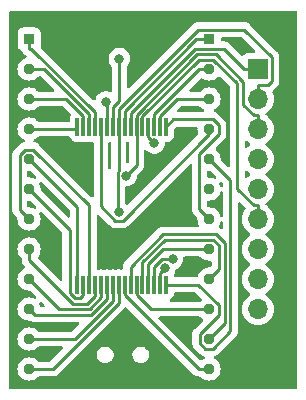
<source format=gtl>
%TF.GenerationSoftware,KiCad,Pcbnew,7.0.8*%
%TF.CreationDate,2023-11-30T16:34:48+00:00*%
%TF.ProjectId,ZX Interface 1 ROM 39SF010,5a582049-6e74-4657-9266-616365203120,rev?*%
%TF.SameCoordinates,Original*%
%TF.FileFunction,Copper,L1,Top*%
%TF.FilePolarity,Positive*%
%FSLAX46Y46*%
G04 Gerber Fmt 4.6, Leading zero omitted, Abs format (unit mm)*
G04 Created by KiCad (PCBNEW 7.0.8) date 2023-11-30 16:34:48*
%MOMM*%
%LPD*%
G01*
G04 APERTURE LIST*
G04 Aperture macros list*
%AMRoundRect*
0 Rectangle with rounded corners*
0 $1 Rounding radius*
0 $2 $3 $4 $5 $6 $7 $8 $9 X,Y pos of 4 corners*
0 Add a 4 corners polygon primitive as box body*
4,1,4,$2,$3,$4,$5,$6,$7,$8,$9,$2,$3,0*
0 Add four circle primitives for the rounded corners*
1,1,$1+$1,$2,$3*
1,1,$1+$1,$4,$5*
1,1,$1+$1,$6,$7*
1,1,$1+$1,$8,$9*
0 Add four rect primitives between the rounded corners*
20,1,$1+$1,$2,$3,$4,$5,0*
20,1,$1+$1,$4,$5,$6,$7,0*
20,1,$1+$1,$6,$7,$8,$9,0*
20,1,$1+$1,$8,$9,$2,$3,0*%
G04 Aperture macros list end*
%TA.AperFunction,ComponentPad*%
%ADD10O,1.700000X1.700000*%
%TD*%
%TA.AperFunction,ComponentPad*%
%ADD11R,1.700000X1.700000*%
%TD*%
%TA.AperFunction,SMDPad,CuDef*%
%ADD12RoundRect,0.075000X-0.075000X0.712500X-0.075000X-0.712500X0.075000X-0.712500X0.075000X0.712500X0*%
%TD*%
%TA.AperFunction,ComponentPad*%
%ADD13R,0.960000X0.960000*%
%TD*%
%TA.AperFunction,ComponentPad*%
%ADD14C,0.960000*%
%TD*%
%TA.AperFunction,ViaPad*%
%ADD15C,0.800000*%
%TD*%
%TA.AperFunction,Conductor*%
%ADD16C,0.250000*%
%TD*%
G04 APERTURE END LIST*
D10*
%TO.P,J1,9,Pin_9*%
%TO.N,GND*%
X170161000Y-127733400D03*
%TO.P,J1,8,Pin_8*%
%TO.N,Net-(J1-Pin_8)*%
X170161000Y-125193400D03*
%TO.P,J1,7,Pin_7*%
%TO.N,Net-(J1-Pin_7)*%
X170161000Y-122653400D03*
%TO.P,J1,6,Pin_6*%
%TO.N,Net-(J1-Pin_6)*%
X170161000Y-120113400D03*
%TO.P,J1,5,Pin_5*%
%TO.N,Net-(J1-Pin_5)*%
X170161000Y-117573400D03*
%TO.P,J1,4,Pin_4*%
%TO.N,Net-(J1-Pin_4)*%
X170161000Y-115033400D03*
%TO.P,J1,3,Pin_3*%
%TO.N,Net-(J1-Pin_3)*%
X170161000Y-112493400D03*
%TO.P,J1,2,Pin_2*%
%TO.N,Net-(J1-Pin_2)*%
X170161000Y-109953400D03*
D11*
%TO.P,J1,1,Pin_1*%
%TO.N,Net-(J1-Pin_1)*%
X170161000Y-107413400D03*
%TD*%
D12*
%TO.P,U1,1,A11*%
%TO.N,/A11*%
X162375000Y-112287500D03*
%TO.P,U1,2,A9*%
%TO.N,/A9*%
X161875000Y-112287500D03*
%TO.P,U1,3,A8*%
%TO.N,/A8*%
X161375000Y-112287500D03*
%TO.P,U1,4,A13*%
%TO.N,Net-(J1-Pin_7)*%
X160875000Y-112287500D03*
%TO.P,U1,5,A14*%
%TO.N,Net-(J1-Pin_6)*%
X160375000Y-112287500D03*
%TO.P,U1,6,A17*%
%TO.N,Net-(J1-Pin_3)*%
X159875000Y-112287500D03*
%TO.P,U1,7,WE*%
%TO.N,Net-(J1-Pin_1)*%
X159375000Y-112287500D03*
%TO.P,U1,8,VCC*%
%TO.N,/VCC*%
X158875000Y-112287500D03*
%TO.P,U1,9,A18*%
%TO.N,Net-(J1-Pin_2)*%
X158375000Y-112287500D03*
%TO.P,U1,10,A16*%
%TO.N,Net-(J1-Pin_4)*%
X157875000Y-112287500D03*
%TO.P,U1,11,A15*%
%TO.N,Net-(J1-Pin_5)*%
X157375000Y-112287500D03*
%TO.P,U1,12,A12*%
%TO.N,/A12*%
X156875000Y-112287500D03*
%TO.P,U1,13,A7*%
%TO.N,/A7*%
X156375000Y-112287500D03*
%TO.P,U1,14,A6*%
%TO.N,/A6*%
X155875000Y-112287500D03*
%TO.P,U1,15,A5*%
%TO.N,/A5*%
X155375000Y-112287500D03*
%TO.P,U1,16,A4*%
%TO.N,/A4*%
X154875000Y-112287500D03*
%TO.P,U1,17,A3*%
%TO.N,/A3*%
X154875000Y-125662500D03*
%TO.P,U1,18,A2*%
%TO.N,/A2*%
X155375000Y-125662500D03*
%TO.P,U1,19,A1*%
%TO.N,/A1*%
X155875000Y-125662500D03*
%TO.P,U1,20,A0*%
%TO.N,/A0*%
X156375000Y-125662500D03*
%TO.P,U1,21,DQ0*%
%TO.N,/D0*%
X156875000Y-125662500D03*
%TO.P,U1,22,DQ1*%
%TO.N,/D1*%
X157375000Y-125662500D03*
%TO.P,U1,23,DQ2*%
%TO.N,/D2*%
X157875000Y-125662500D03*
%TO.P,U1,24,GND*%
%TO.N,GND*%
X158375000Y-125662500D03*
%TO.P,U1,25,DQ3*%
%TO.N,/D3*%
X158875000Y-125662500D03*
%TO.P,U1,26,DQ4*%
%TO.N,/D4*%
X159375000Y-125662500D03*
%TO.P,U1,27,DQ5*%
%TO.N,/D5*%
X159875000Y-125662500D03*
%TO.P,U1,28,DQ6*%
%TO.N,/D6*%
X160375000Y-125662500D03*
%TO.P,U1,29,DQ7*%
%TO.N,/D7*%
X160875000Y-125662500D03*
%TO.P,U1,30,CE*%
%TO.N,Net-(J1-Pin_8)*%
X161375000Y-125662500D03*
%TO.P,U1,31,A10*%
%TO.N,/A10*%
X161875000Y-125662500D03*
%TO.P,U1,32,0E*%
%TO.N,/CS1*%
X162375000Y-125662500D03*
%TD*%
D13*
%TO.P,J4,01,01*%
%TO.N,/VCC*%
X166020200Y-104873400D03*
D14*
%TO.P,J4,02,02*%
%TO.N,/A8*%
X166020200Y-107413400D03*
%TO.P,J4,03,03*%
%TO.N,/A9*%
X166020200Y-109953400D03*
%TO.P,J4,04,04*%
%TO.N,/A12*%
X166020200Y-112493400D03*
%TO.P,J4,05,05*%
%TO.N,/CS1*%
X166020200Y-115033400D03*
%TO.P,J4,06,06*%
%TO.N,/A10*%
X166020200Y-117573400D03*
%TO.P,J4,07,07*%
%TO.N,/A11*%
X166020200Y-120113400D03*
%TO.P,J4,08,08*%
%TO.N,/D7*%
X166020200Y-122653400D03*
%TO.P,J4,09,09*%
%TO.N,/D6*%
X166020200Y-125193400D03*
%TO.P,J4,10,10*%
%TO.N,/D5*%
X166020200Y-127733400D03*
%TO.P,J4,11,11*%
%TO.N,/D4*%
X166020200Y-130273400D03*
%TO.P,J4,12,12*%
%TO.N,/D3*%
X166020200Y-132813400D03*
%TD*%
D13*
%TO.P,J3,01,01*%
%TO.N,/A7*%
X150780200Y-104873400D03*
D14*
%TO.P,J3,02,02*%
%TO.N,/A6*%
X150780200Y-107413400D03*
%TO.P,J3,03,03*%
%TO.N,/A5*%
X150780200Y-109953400D03*
%TO.P,J3,04,04*%
%TO.N,/A4*%
X150780200Y-112493400D03*
%TO.P,J3,05,05*%
%TO.N,/A3*%
X150780200Y-115033400D03*
%TO.P,J3,06,06*%
%TO.N,/A2*%
X150780200Y-117573400D03*
%TO.P,J3,07,07*%
%TO.N,/A1*%
X150780200Y-120113400D03*
%TO.P,J3,08,08*%
%TO.N,/A0*%
X150780200Y-122653400D03*
%TO.P,J3,09,09*%
%TO.N,/D0*%
X150780200Y-125193400D03*
%TO.P,J3,10,10*%
%TO.N,/D1*%
X150780200Y-127733400D03*
%TO.P,J3,11,11*%
%TO.N,/D2*%
X150780200Y-130273400D03*
%TO.P,J3,12,12*%
%TO.N,GND*%
X150780200Y-132813400D03*
%TD*%
D15*
%TO.N,/A10*%
X162288300Y-124272500D03*
%TO.N,Net-(J1-Pin_2)*%
X158375000Y-119503600D03*
%TO.N,Net-(J1-Pin_3)*%
X158992900Y-116453000D03*
%TO.N,Net-(J1-Pin_4)*%
X158414900Y-106529000D03*
%TO.N,Net-(J1-Pin_5)*%
X157295200Y-110175700D03*
%TO.N,Net-(J1-Pin_7)*%
X161388700Y-113681600D03*
%TO.N,Net-(J1-Pin_8)*%
X162929200Y-123491100D03*
%TD*%
D16*
%TO.N,/VCC*%
X166020200Y-104873400D02*
X165213300Y-104873400D01*
X158875000Y-112287500D02*
X158875000Y-110925300D01*
X158875000Y-110925300D02*
X164926900Y-104873400D01*
X164926900Y-104873400D02*
X165213300Y-104873400D01*
%TO.N,GND*%
X158375000Y-127232900D02*
X158375000Y-125662500D01*
X152794500Y-132813400D02*
X158375000Y-127232900D01*
X150780200Y-132813400D02*
X152794500Y-132813400D01*
%TO.N,/A7*%
X150780200Y-105680300D02*
X150981900Y-105680300D01*
X150981900Y-105680300D02*
X156375000Y-111073400D01*
X150780200Y-104873400D02*
X150780200Y-105680300D01*
X156375000Y-111073400D02*
X156375000Y-112287500D01*
%TO.N,/A6*%
X150780200Y-107413400D02*
X152062200Y-107413400D01*
X155875000Y-111226200D02*
X155875000Y-112287500D01*
X152062200Y-107413400D02*
X155875000Y-111226200D01*
%TO.N,/A5*%
X153937300Y-109953400D02*
X155375000Y-111391100D01*
X150780200Y-109953400D02*
X153937300Y-109953400D01*
X155375000Y-111391100D02*
X155375000Y-112287500D01*
%TO.N,/A3*%
X154875000Y-119128200D02*
X150780200Y-115033400D01*
X154875000Y-125662500D02*
X154875000Y-119128200D01*
%TO.N,/A2*%
X155127100Y-126811200D02*
X154654100Y-126811200D01*
X154654100Y-126811200D02*
X154224000Y-126381100D01*
X155375000Y-125662500D02*
X155375000Y-126563300D01*
X154224000Y-126381100D02*
X154224000Y-121017200D01*
X154224000Y-121017200D02*
X150780200Y-117573400D01*
X155375000Y-126563300D02*
X155127100Y-126811200D01*
%TO.N,/A1*%
X150422400Y-114224400D02*
X151146400Y-114224400D01*
X150780200Y-120113400D02*
X149972200Y-119305400D01*
X155875000Y-118953000D02*
X155875000Y-125662500D01*
X151146400Y-114224400D02*
X155875000Y-118953000D01*
X149972200Y-119305400D02*
X149972200Y-114674600D01*
X149972200Y-114674600D02*
X150422400Y-114224400D01*
%TO.N,/A0*%
X150780200Y-123576500D02*
X150780200Y-122653400D01*
X154466800Y-127263100D02*
X150780200Y-123576500D01*
X156375000Y-126587200D02*
X155699100Y-127263100D01*
X156375000Y-125662500D02*
X156375000Y-126587200D01*
X155699100Y-127263100D02*
X154466800Y-127263100D01*
%TO.N,/D0*%
X153303300Y-127716500D02*
X150780200Y-125193400D01*
X155910400Y-127716500D02*
X153303300Y-127716500D01*
X156875000Y-126751900D02*
X155910400Y-127716500D01*
X156875000Y-125662500D02*
X156875000Y-126751900D01*
%TO.N,/D1*%
X157375000Y-126898200D02*
X157375000Y-125662500D01*
X150780200Y-127733400D02*
X151258500Y-128211700D01*
X151258500Y-128211700D02*
X156061500Y-128211700D01*
X156061500Y-128211700D02*
X157375000Y-126898200D01*
%TO.N,/D2*%
X157875000Y-127067300D02*
X157875000Y-125662500D01*
X150780200Y-130273400D02*
X154668900Y-130273400D01*
X154668900Y-130273400D02*
X157875000Y-127067300D01*
%TO.N,/D3*%
X166020200Y-132813400D02*
X165128500Y-132813400D01*
X165128500Y-132813400D02*
X158875000Y-126559900D01*
X158875000Y-126559900D02*
X158875000Y-125662500D01*
%TO.N,/D4*%
X167346400Y-128947200D02*
X167346400Y-122147200D01*
X166020200Y-130273400D02*
X167346400Y-128947200D01*
X162113600Y-121390000D02*
X159375000Y-124128600D01*
X166589200Y-121390000D02*
X162113600Y-121390000D01*
X159375000Y-124128600D02*
X159375000Y-125662500D01*
X167346400Y-122147200D02*
X166589200Y-121390000D01*
%TO.N,/D5*%
X159875000Y-126529100D02*
X159875000Y-125662500D01*
X161079300Y-127733400D02*
X159875000Y-126529100D01*
X166020200Y-127733400D02*
X161079300Y-127733400D01*
%TO.N,/D6*%
X166377500Y-121844500D02*
X162313100Y-121844500D01*
X162313100Y-121844500D02*
X160375000Y-123782600D01*
X160375000Y-123782600D02*
X160375000Y-125662500D01*
X166850600Y-124363000D02*
X166850600Y-122317600D01*
X166020200Y-125193400D02*
X166850600Y-124363000D01*
X166850600Y-122317600D02*
X166377500Y-121844500D01*
%TO.N,/D7*%
X162160400Y-122653400D02*
X166020200Y-122653400D01*
X160875000Y-123938800D02*
X162160400Y-122653400D01*
X160875000Y-125662500D02*
X160875000Y-123938800D01*
%TO.N,/A11*%
X166346200Y-111674000D02*
X162988500Y-111674000D01*
X165207300Y-119300500D02*
X165207300Y-114576400D01*
X165207300Y-114576400D02*
X166849100Y-112934600D01*
X166849100Y-112176900D02*
X166346200Y-111674000D01*
X162988500Y-111674000D02*
X162375000Y-112287500D01*
X166020200Y-120113400D02*
X165207300Y-119300500D01*
X166849100Y-112934600D02*
X166849100Y-112176900D01*
%TO.N,/A10*%
X161875000Y-124685800D02*
X162288300Y-124272500D01*
X161875000Y-125662500D02*
X161875000Y-124685800D01*
%TO.N,/CS1*%
X165213300Y-130611000D02*
X165699100Y-131096800D01*
X166850800Y-128242200D02*
X165213300Y-129879700D01*
X165090600Y-125662500D02*
X166850800Y-127422700D01*
X167830600Y-116843800D02*
X166020200Y-115033400D01*
X166850800Y-127422700D02*
X166850800Y-128242200D01*
X165213300Y-129879700D02*
X165213300Y-130611000D01*
X166341300Y-131096800D02*
X167830600Y-129607500D01*
X162375000Y-125662500D02*
X165090600Y-125662500D01*
X167830600Y-129607500D02*
X167830600Y-116843800D01*
X165699100Y-131096800D02*
X166341300Y-131096800D01*
%TO.N,/A12*%
X156875000Y-119038900D02*
X158080800Y-120244700D01*
X156875000Y-112287500D02*
X156875000Y-119038900D01*
X158696500Y-120244700D02*
X166020200Y-112921000D01*
X158080800Y-120244700D02*
X158696500Y-120244700D01*
X166020200Y-112921000D02*
X166020200Y-112493400D01*
%TO.N,/A9*%
X161875000Y-111396100D02*
X161875000Y-112287500D01*
X166020200Y-109953400D02*
X163317700Y-109953400D01*
X163317700Y-109953400D02*
X161875000Y-111396100D01*
%TO.N,/A8*%
X161375000Y-111242100D02*
X161375000Y-112287500D01*
X166020200Y-107413400D02*
X165203700Y-107413400D01*
X165203700Y-107413400D02*
X161375000Y-111242100D01*
%TO.N,Net-(J1-Pin_1)*%
X159375000Y-111127600D02*
X159375000Y-112287500D01*
X168984100Y-107413400D02*
X167266400Y-105695700D01*
X170161000Y-107413400D02*
X168984100Y-107413400D01*
X164806900Y-105695700D02*
X159375000Y-111127600D01*
X167266400Y-105695700D02*
X164806900Y-105695700D01*
%TO.N,Net-(J1-Pin_2)*%
X170993300Y-108776500D02*
X170161000Y-108776500D01*
X169011900Y-104066500D02*
X171337900Y-106392500D01*
X158266000Y-116152000D02*
X158375000Y-116043000D01*
X158266000Y-119394600D02*
X158266000Y-116152000D01*
X171337900Y-108431900D02*
X170993300Y-108776500D01*
X165087900Y-104066500D02*
X169011900Y-104066500D01*
X170161000Y-109953400D02*
X170161000Y-108776500D01*
X158375000Y-112287500D02*
X158375000Y-110779400D01*
X158375000Y-116043000D02*
X158375000Y-112287500D01*
X158375000Y-110779400D02*
X165087900Y-104066500D01*
X158375000Y-119503600D02*
X158266000Y-119394600D01*
X171337900Y-106392500D02*
X171337900Y-108431900D01*
%TO.N,Net-(J1-Pin_3)*%
X159875000Y-112287500D02*
X159875000Y-111269000D01*
X159875000Y-111269000D02*
X164994900Y-106149100D01*
X158992900Y-116453000D02*
X159875000Y-115570900D01*
X159875000Y-115570900D02*
X159875000Y-112287500D01*
X164994900Y-106149100D02*
X166575900Y-106149100D01*
X169795200Y-111316500D02*
X170161000Y-111316500D01*
X168926500Y-110447800D02*
X169795200Y-111316500D01*
X166575900Y-106149100D02*
X168926500Y-108499700D01*
X170161000Y-112493400D02*
X170161000Y-111316500D01*
X168926500Y-108499700D02*
X168926500Y-110447800D01*
%TO.N,Net-(J1-Pin_4)*%
X157875000Y-110640200D02*
X157875000Y-112287500D01*
X158414900Y-110100300D02*
X157875000Y-110640200D01*
X158414900Y-106529000D02*
X158414900Y-110100300D01*
%TO.N,Net-(J1-Pin_5)*%
X157375000Y-110255500D02*
X157295200Y-110175700D01*
X157375000Y-112287500D02*
X157375000Y-110255500D01*
%TO.N,Net-(J1-Pin_6)*%
X166390300Y-106602600D02*
X168417000Y-108629300D01*
X168417000Y-108629300D02*
X168417000Y-117560300D01*
X169793200Y-118936500D02*
X170161000Y-118936500D01*
X160375000Y-111410300D02*
X165182700Y-106602600D01*
X170161000Y-120113400D02*
X170161000Y-118936500D01*
X168417000Y-117560300D02*
X169793200Y-118936500D01*
X160375000Y-112287500D02*
X160375000Y-111410300D01*
X165182700Y-106602600D02*
X166390300Y-106602600D01*
%TO.N,Net-(J1-Pin_7)*%
X160875000Y-113167900D02*
X160875000Y-112287500D01*
X161388700Y-113681600D02*
X160875000Y-113167900D01*
%TO.N,Net-(J1-Pin_8)*%
X162029000Y-123491200D02*
X162929200Y-123491200D01*
X161375000Y-125662500D02*
X161375000Y-124145200D01*
X161375000Y-124145200D02*
X162029000Y-123491200D01*
X162929200Y-123491200D02*
X162929200Y-123491100D01*
%TO.N,/A4*%
X154669100Y-112493400D02*
X154875000Y-112287500D01*
X150780200Y-112493400D02*
X154669100Y-112493400D01*
%TD*%
%TA.AperFunction,NonConductor*%
G36*
X173421864Y-102520185D02*
G01*
X173467619Y-102572989D01*
X173478825Y-102624500D01*
X173478825Y-134375500D01*
X173459140Y-134442539D01*
X173406336Y-134488294D01*
X173354825Y-134499500D01*
X149183900Y-134499500D01*
X149116861Y-134479815D01*
X149071106Y-134427011D01*
X149059900Y-134375500D01*
X149059900Y-114654795D01*
X149342040Y-114654795D01*
X149346425Y-114701183D01*
X149346700Y-114707021D01*
X149346700Y-119222655D01*
X149344975Y-119238272D01*
X149345261Y-119238299D01*
X149344526Y-119246065D01*
X149346700Y-119315214D01*
X149346700Y-119344743D01*
X149346701Y-119344760D01*
X149347568Y-119351631D01*
X149348026Y-119357450D01*
X149349490Y-119404024D01*
X149349491Y-119404027D01*
X149355080Y-119423267D01*
X149359024Y-119442311D01*
X149360917Y-119457291D01*
X149361536Y-119462191D01*
X149378690Y-119505519D01*
X149380582Y-119511047D01*
X149392157Y-119550888D01*
X149393582Y-119555790D01*
X149399636Y-119566028D01*
X149403780Y-119573034D01*
X149412338Y-119590503D01*
X149419714Y-119609132D01*
X149447098Y-119646823D01*
X149450306Y-119651707D01*
X149474027Y-119691816D01*
X149474033Y-119691824D01*
X149488190Y-119705980D01*
X149500828Y-119720776D01*
X149512152Y-119736363D01*
X149512606Y-119736987D01*
X149541235Y-119760671D01*
X149548509Y-119766688D01*
X149552820Y-119770610D01*
X149660196Y-119877986D01*
X149762510Y-119980300D01*
X149795995Y-120041623D01*
X149798232Y-120080134D01*
X149794956Y-120113399D01*
X149813886Y-120305610D01*
X149837961Y-120384972D01*
X149869953Y-120490437D01*
X149961000Y-120660772D01*
X149965403Y-120666137D01*
X150083526Y-120810073D01*
X150156900Y-120870288D01*
X150232828Y-120932600D01*
X150403163Y-121023647D01*
X150587988Y-121079713D01*
X150780200Y-121098644D01*
X150972412Y-121079713D01*
X151157237Y-121023647D01*
X151327572Y-120932600D01*
X151476873Y-120810073D01*
X151599400Y-120660772D01*
X151690447Y-120490437D01*
X151746513Y-120305612D01*
X151765444Y-120113400D01*
X151746513Y-119921188D01*
X151690447Y-119736363D01*
X151661793Y-119682757D01*
X151647552Y-119614355D01*
X151672551Y-119549111D01*
X151728856Y-119507740D01*
X151798589Y-119503378D01*
X151858833Y-119536623D01*
X153562181Y-121239971D01*
X153595666Y-121301294D01*
X153598500Y-121327652D01*
X153598500Y-125210847D01*
X153578815Y-125277886D01*
X153526011Y-125323641D01*
X153456853Y-125333585D01*
X153393297Y-125304560D01*
X153386819Y-125298528D01*
X151538983Y-123450693D01*
X151505498Y-123389370D01*
X151510482Y-123319678D01*
X151530805Y-123284355D01*
X151599400Y-123200772D01*
X151690447Y-123030437D01*
X151746513Y-122845612D01*
X151765444Y-122653400D01*
X151746513Y-122461188D01*
X151690447Y-122276363D01*
X151599400Y-122106028D01*
X151492338Y-121975571D01*
X151476873Y-121956726D01*
X151327574Y-121834202D01*
X151327575Y-121834202D01*
X151327572Y-121834200D01*
X151157237Y-121743153D01*
X151064824Y-121715120D01*
X150972410Y-121687086D01*
X150780200Y-121668156D01*
X150587989Y-121687086D01*
X150403160Y-121743154D01*
X150330488Y-121781999D01*
X150232828Y-121834200D01*
X150232826Y-121834201D01*
X150232825Y-121834202D01*
X150083526Y-121956726D01*
X149961002Y-122106025D01*
X149869954Y-122276360D01*
X149813886Y-122461189D01*
X149794956Y-122653400D01*
X149813886Y-122845610D01*
X149813887Y-122845612D01*
X149869953Y-123030437D01*
X149961000Y-123200772D01*
X149961002Y-123200774D01*
X150083524Y-123350070D01*
X150083525Y-123350071D01*
X150083527Y-123350073D01*
X150109364Y-123371277D01*
X150148699Y-123429021D01*
X150154700Y-123467130D01*
X150154700Y-123493755D01*
X150152975Y-123509372D01*
X150153261Y-123509399D01*
X150152526Y-123517165D01*
X150154700Y-123586314D01*
X150154700Y-123615843D01*
X150154701Y-123615860D01*
X150155568Y-123622731D01*
X150156026Y-123628550D01*
X150157490Y-123675124D01*
X150157491Y-123675127D01*
X150163080Y-123694367D01*
X150167024Y-123713411D01*
X150169536Y-123733292D01*
X150179326Y-123758020D01*
X150186690Y-123776619D01*
X150188582Y-123782147D01*
X150191394Y-123791826D01*
X150201582Y-123826890D01*
X150208474Y-123838545D01*
X150211780Y-123844134D01*
X150220336Y-123861600D01*
X150227714Y-123880232D01*
X150255098Y-123917923D01*
X150258306Y-123922807D01*
X150282027Y-123962916D01*
X150282033Y-123962924D01*
X150296190Y-123977080D01*
X150308828Y-123991876D01*
X150320605Y-124008086D01*
X150320606Y-124008087D01*
X150356509Y-124037788D01*
X150360820Y-124041710D01*
X150388726Y-124069616D01*
X150414686Y-124095576D01*
X150448171Y-124156899D01*
X150443187Y-124226591D01*
X150401315Y-124282524D01*
X150385460Y-124292614D01*
X150232826Y-124374200D01*
X150083526Y-124496726D01*
X149961002Y-124646025D01*
X149869954Y-124816360D01*
X149813886Y-125001189D01*
X149794956Y-125193400D01*
X149813886Y-125385610D01*
X149813887Y-125385612D01*
X149869953Y-125570437D01*
X149961000Y-125740772D01*
X149961002Y-125740774D01*
X150083526Y-125890073D01*
X150173707Y-125964081D01*
X150232828Y-126012600D01*
X150403163Y-126103647D01*
X150587988Y-126159713D01*
X150780200Y-126178644D01*
X150813464Y-126175367D01*
X150882108Y-126188385D01*
X150913299Y-126211089D01*
X151356976Y-126654766D01*
X151390461Y-126716089D01*
X151385477Y-126785781D01*
X151343605Y-126841714D01*
X151278141Y-126866131D01*
X151210842Y-126851805D01*
X151157241Y-126823154D01*
X150972410Y-126767086D01*
X150780200Y-126748156D01*
X150587989Y-126767086D01*
X150403160Y-126823154D01*
X150301118Y-126877698D01*
X150232828Y-126914200D01*
X150232826Y-126914201D01*
X150232825Y-126914202D01*
X150083526Y-127036726D01*
X149961002Y-127186025D01*
X149869954Y-127356360D01*
X149813886Y-127541189D01*
X149794956Y-127733400D01*
X149813886Y-127925610D01*
X149813887Y-127925612D01*
X149869953Y-128110437D01*
X149961000Y-128280772D01*
X149961002Y-128280774D01*
X150083526Y-128430073D01*
X150173707Y-128504081D01*
X150232828Y-128552600D01*
X150403163Y-128643647D01*
X150587988Y-128699713D01*
X150780200Y-128718644D01*
X150828511Y-128713885D01*
X150897156Y-128726903D01*
X150900392Y-128728620D01*
X150905461Y-128731406D01*
X150921735Y-128742095D01*
X150937564Y-128754373D01*
X150980338Y-128772882D01*
X150985556Y-128775438D01*
X151026408Y-128797897D01*
X151045816Y-128802880D01*
X151064217Y-128809180D01*
X151082604Y-128817137D01*
X151125988Y-128824008D01*
X151128619Y-128824425D01*
X151134339Y-128825609D01*
X151179481Y-128837200D01*
X151199516Y-128837200D01*
X151218914Y-128838726D01*
X151238694Y-128841859D01*
X151238695Y-128841860D01*
X151238695Y-128841859D01*
X151238696Y-128841860D01*
X151285084Y-128837475D01*
X151290922Y-128837200D01*
X154921147Y-128837200D01*
X154988186Y-128856885D01*
X155033941Y-128909689D01*
X155043885Y-128978847D01*
X155014860Y-129042403D01*
X155008828Y-129048881D01*
X154446128Y-129611581D01*
X154384805Y-129645066D01*
X154358447Y-129647900D01*
X151593931Y-129647900D01*
X151526892Y-129628215D01*
X151498077Y-129602564D01*
X151476874Y-129576728D01*
X151327575Y-129454202D01*
X151327573Y-129454201D01*
X151327572Y-129454200D01*
X151157237Y-129363153D01*
X151064824Y-129335120D01*
X150972410Y-129307086D01*
X150780200Y-129288156D01*
X150587989Y-129307086D01*
X150403160Y-129363154D01*
X150300354Y-129418106D01*
X150232828Y-129454200D01*
X150232826Y-129454201D01*
X150232825Y-129454202D01*
X150083526Y-129576726D01*
X149961002Y-129726025D01*
X149869954Y-129896360D01*
X149813886Y-130081189D01*
X149794956Y-130273400D01*
X149813886Y-130465610D01*
X149837042Y-130541945D01*
X149869924Y-130650343D01*
X149869954Y-130650439D01*
X149875134Y-130660130D01*
X149961000Y-130820772D01*
X149961002Y-130820774D01*
X150083526Y-130970073D01*
X150152133Y-131026376D01*
X150232828Y-131092600D01*
X150403163Y-131183647D01*
X150587988Y-131239713D01*
X150780200Y-131258644D01*
X150972412Y-131239713D01*
X151157237Y-131183647D01*
X151327572Y-131092600D01*
X151476873Y-130970073D01*
X151498077Y-130944236D01*
X151555823Y-130904901D01*
X151593931Y-130898900D01*
X153525047Y-130898900D01*
X153592086Y-130918585D01*
X153637841Y-130971389D01*
X153647785Y-131040547D01*
X153618760Y-131104103D01*
X153612728Y-131110581D01*
X152571728Y-132151581D01*
X152510405Y-132185066D01*
X152484047Y-132187900D01*
X151593931Y-132187900D01*
X151526892Y-132168215D01*
X151498077Y-132142564D01*
X151476874Y-132116728D01*
X151327575Y-131994202D01*
X151327573Y-131994201D01*
X151327572Y-131994200D01*
X151157237Y-131903153D01*
X151064824Y-131875120D01*
X150972410Y-131847086D01*
X150780200Y-131828156D01*
X150587989Y-131847086D01*
X150403160Y-131903154D01*
X150300354Y-131958106D01*
X150232828Y-131994200D01*
X150232826Y-131994201D01*
X150232825Y-131994202D01*
X150083526Y-132116726D01*
X149961002Y-132266025D01*
X149961000Y-132266028D01*
X149924906Y-132333554D01*
X149869954Y-132436360D01*
X149813886Y-132621189D01*
X149794956Y-132813400D01*
X149813886Y-133005610D01*
X149813887Y-133005612D01*
X149869953Y-133190437D01*
X149961000Y-133360772D01*
X149986642Y-133392017D01*
X150083526Y-133510073D01*
X150173707Y-133584081D01*
X150232828Y-133632600D01*
X150403163Y-133723647D01*
X150587988Y-133779713D01*
X150780200Y-133798644D01*
X150972412Y-133779713D01*
X151157237Y-133723647D01*
X151327572Y-133632600D01*
X151476873Y-133510073D01*
X151498077Y-133484236D01*
X151555823Y-133444901D01*
X151593931Y-133438900D01*
X152711757Y-133438900D01*
X152727377Y-133440624D01*
X152727404Y-133440339D01*
X152735160Y-133441071D01*
X152735167Y-133441073D01*
X152804314Y-133438900D01*
X152833850Y-133438900D01*
X152840728Y-133438030D01*
X152846541Y-133437572D01*
X152893127Y-133436109D01*
X152912369Y-133430517D01*
X152931412Y-133426574D01*
X152951292Y-133424064D01*
X152994622Y-133406907D01*
X153000146Y-133405017D01*
X153003896Y-133403927D01*
X153044890Y-133392018D01*
X153062129Y-133381822D01*
X153079603Y-133373262D01*
X153098227Y-133365888D01*
X153098227Y-133365887D01*
X153098232Y-133365886D01*
X153135949Y-133338482D01*
X153140805Y-133335292D01*
X153180920Y-133311570D01*
X153195089Y-133297399D01*
X153209879Y-133284768D01*
X153226087Y-133272994D01*
X153255799Y-133237076D01*
X153259712Y-133232776D01*
X154797332Y-131695156D01*
X156530500Y-131695156D01*
X156536886Y-131721064D01*
X156571210Y-131860326D01*
X156650263Y-132010949D01*
X156650266Y-132010952D01*
X156763071Y-132138283D01*
X156834953Y-132187900D01*
X156903068Y-132234917D01*
X156903069Y-132234917D01*
X156903070Y-132234918D01*
X157062128Y-132295240D01*
X157138028Y-132304456D01*
X157188626Y-132310600D01*
X157188628Y-132310600D01*
X157273374Y-132310600D01*
X157315538Y-132305480D01*
X157399872Y-132295240D01*
X157558930Y-132234918D01*
X157698929Y-132138283D01*
X157811734Y-132010952D01*
X157820527Y-131994200D01*
X157875370Y-131889705D01*
X157890790Y-131860325D01*
X157931500Y-131695156D01*
X159530500Y-131695156D01*
X159536886Y-131721064D01*
X159571210Y-131860326D01*
X159650263Y-132010949D01*
X159650266Y-132010952D01*
X159763071Y-132138283D01*
X159834953Y-132187900D01*
X159903068Y-132234917D01*
X159903069Y-132234917D01*
X159903070Y-132234918D01*
X160062128Y-132295240D01*
X160138028Y-132304456D01*
X160188626Y-132310600D01*
X160188628Y-132310600D01*
X160273374Y-132310600D01*
X160315538Y-132305480D01*
X160399872Y-132295240D01*
X160558930Y-132234918D01*
X160698929Y-132138283D01*
X160811734Y-132010952D01*
X160820527Y-131994200D01*
X160875370Y-131889705D01*
X160890790Y-131860325D01*
X160931500Y-131695156D01*
X160931500Y-131525044D01*
X160890790Y-131359875D01*
X160890789Y-131359873D01*
X160811736Y-131209250D01*
X160789052Y-131183645D01*
X160698929Y-131081917D01*
X160618465Y-131026376D01*
X160558931Y-130985282D01*
X160399874Y-130924960D01*
X160399868Y-130924959D01*
X160273374Y-130909600D01*
X160273372Y-130909600D01*
X160188628Y-130909600D01*
X160188626Y-130909600D01*
X160062131Y-130924959D01*
X160062125Y-130924960D01*
X159903068Y-130985282D01*
X159763072Y-131081916D01*
X159650263Y-131209250D01*
X159571210Y-131359873D01*
X159571210Y-131359875D01*
X159530500Y-131525044D01*
X159530500Y-131695156D01*
X157931500Y-131695156D01*
X157931500Y-131525044D01*
X157890790Y-131359875D01*
X157890789Y-131359873D01*
X157811736Y-131209250D01*
X157789052Y-131183645D01*
X157698929Y-131081917D01*
X157618465Y-131026376D01*
X157558931Y-130985282D01*
X157399874Y-130924960D01*
X157399868Y-130924959D01*
X157273374Y-130909600D01*
X157273372Y-130909600D01*
X157188628Y-130909600D01*
X157188626Y-130909600D01*
X157062131Y-130924959D01*
X157062125Y-130924960D01*
X156903068Y-130985282D01*
X156763072Y-131081916D01*
X156650263Y-131209250D01*
X156571210Y-131359873D01*
X156571210Y-131359875D01*
X156530500Y-131525044D01*
X156530500Y-131695156D01*
X154797332Y-131695156D01*
X158758786Y-127733702D01*
X158771048Y-127723880D01*
X158770865Y-127723659D01*
X158776867Y-127718692D01*
X158776877Y-127718686D01*
X158824241Y-127668248D01*
X158845120Y-127647370D01*
X158849380Y-127641877D01*
X158853150Y-127637463D01*
X158869596Y-127619950D01*
X158929836Y-127584558D01*
X158999649Y-127587352D01*
X159047666Y-127617156D01*
X164627694Y-133197184D01*
X164637519Y-133209448D01*
X164637740Y-133209266D01*
X164642710Y-133215273D01*
X164642713Y-133215276D01*
X164642714Y-133215277D01*
X164693151Y-133262641D01*
X164714030Y-133283520D01*
X164719504Y-133287766D01*
X164723942Y-133291556D01*
X164757918Y-133323462D01*
X164757922Y-133323464D01*
X164775473Y-133333113D01*
X164791731Y-133343792D01*
X164807564Y-133356074D01*
X164818426Y-133360774D01*
X164850337Y-133374583D01*
X164855581Y-133377152D01*
X164896408Y-133399597D01*
X164915812Y-133404579D01*
X164934210Y-133410878D01*
X164952605Y-133418838D01*
X164998629Y-133426126D01*
X165004332Y-133427307D01*
X165049481Y-133438900D01*
X165069516Y-133438900D01*
X165088913Y-133440426D01*
X165108696Y-133443560D01*
X165155084Y-133439175D01*
X165160922Y-133438900D01*
X165206469Y-133438900D01*
X165273508Y-133458585D01*
X165302323Y-133484236D01*
X165323527Y-133510073D01*
X165472828Y-133632600D01*
X165643163Y-133723647D01*
X165827988Y-133779713D01*
X166020200Y-133798644D01*
X166212412Y-133779713D01*
X166397237Y-133723647D01*
X166567572Y-133632600D01*
X166716873Y-133510073D01*
X166839400Y-133360772D01*
X166930447Y-133190437D01*
X166986513Y-133005612D01*
X167005444Y-132813400D01*
X166986513Y-132621188D01*
X166930447Y-132436363D01*
X166839400Y-132266028D01*
X166738077Y-132142564D01*
X166716873Y-132116726D01*
X166567573Y-131994200D01*
X166463682Y-131938668D01*
X166413839Y-131889705D01*
X166398379Y-131821568D01*
X166422212Y-131755888D01*
X166477770Y-131713520D01*
X166491309Y-131709204D01*
X166498080Y-131707465D01*
X166498092Y-131707464D01*
X166541422Y-131690307D01*
X166546946Y-131688417D01*
X166550696Y-131687327D01*
X166591690Y-131675418D01*
X166608929Y-131665222D01*
X166626403Y-131656662D01*
X166645027Y-131649288D01*
X166645027Y-131649287D01*
X166645032Y-131649286D01*
X166682749Y-131621882D01*
X166687605Y-131618692D01*
X166727720Y-131594970D01*
X166741889Y-131580799D01*
X166756679Y-131568168D01*
X166772887Y-131556394D01*
X166802599Y-131520476D01*
X166806512Y-131516176D01*
X168214387Y-130108302D01*
X168226642Y-130098486D01*
X168226459Y-130098264D01*
X168232466Y-130093292D01*
X168232477Y-130093286D01*
X168263375Y-130060382D01*
X168279827Y-130042864D01*
X168290271Y-130032418D01*
X168300720Y-130021971D01*
X168304979Y-130016478D01*
X168308752Y-130012061D01*
X168340662Y-129978082D01*
X168350313Y-129960524D01*
X168360996Y-129944261D01*
X168373273Y-129928436D01*
X168391785Y-129885653D01*
X168394338Y-129880441D01*
X168416797Y-129839592D01*
X168421780Y-129820180D01*
X168428081Y-129801780D01*
X168436037Y-129783396D01*
X168443329Y-129737352D01*
X168444506Y-129731671D01*
X168456100Y-129686519D01*
X168456100Y-129666483D01*
X168457627Y-129647082D01*
X168460760Y-129627304D01*
X168456375Y-129580915D01*
X168456100Y-129575077D01*
X168456100Y-118783352D01*
X168475785Y-118716313D01*
X168528589Y-118670558D01*
X168597747Y-118660614D01*
X168661303Y-118689639D01*
X168667781Y-118695671D01*
X169086657Y-119114547D01*
X169120142Y-119175870D01*
X169115158Y-119245562D01*
X169100551Y-119273351D01*
X168986965Y-119435569D01*
X168986964Y-119435571D01*
X168887098Y-119649735D01*
X168887094Y-119649744D01*
X168825938Y-119877986D01*
X168825936Y-119877996D01*
X168805341Y-120113399D01*
X168805341Y-120113400D01*
X168825936Y-120348803D01*
X168825938Y-120348813D01*
X168887094Y-120577055D01*
X168887096Y-120577059D01*
X168887097Y-120577063D01*
X168975119Y-120765826D01*
X168986965Y-120791230D01*
X168986967Y-120791234D01*
X169072157Y-120912897D01*
X169109557Y-120966310D01*
X169122501Y-120984795D01*
X169122506Y-120984802D01*
X169289597Y-121151893D01*
X169289603Y-121151898D01*
X169475158Y-121281825D01*
X169518783Y-121336402D01*
X169525977Y-121405900D01*
X169494454Y-121468255D01*
X169475158Y-121484975D01*
X169289597Y-121614905D01*
X169122505Y-121781997D01*
X168986965Y-121975569D01*
X168986964Y-121975571D01*
X168887098Y-122189735D01*
X168887094Y-122189744D01*
X168825938Y-122417986D01*
X168825936Y-122417996D01*
X168805341Y-122653399D01*
X168805341Y-122653400D01*
X168825936Y-122888803D01*
X168825938Y-122888813D01*
X168887094Y-123117055D01*
X168887096Y-123117059D01*
X168887097Y-123117063D01*
X168962563Y-123278900D01*
X168986965Y-123331230D01*
X168986967Y-123331234D01*
X169027675Y-123389370D01*
X169111720Y-123509399D01*
X169122501Y-123524795D01*
X169122506Y-123524802D01*
X169289597Y-123691893D01*
X169289603Y-123691898D01*
X169475158Y-123821825D01*
X169518783Y-123876402D01*
X169525977Y-123945900D01*
X169494454Y-124008255D01*
X169475158Y-124024975D01*
X169289597Y-124154905D01*
X169122505Y-124321997D01*
X168986965Y-124515569D01*
X168986964Y-124515571D01*
X168887098Y-124729735D01*
X168887094Y-124729744D01*
X168825938Y-124957986D01*
X168825936Y-124957996D01*
X168805341Y-125193399D01*
X168805341Y-125193400D01*
X168825936Y-125428803D01*
X168825938Y-125428813D01*
X168887094Y-125657055D01*
X168887096Y-125657059D01*
X168887097Y-125657063D01*
X168986965Y-125871230D01*
X168986967Y-125871234D01*
X169122501Y-126064795D01*
X169122506Y-126064802D01*
X169289597Y-126231893D01*
X169289603Y-126231898D01*
X169475158Y-126361825D01*
X169518783Y-126416402D01*
X169525977Y-126485900D01*
X169494454Y-126548255D01*
X169475158Y-126564975D01*
X169289597Y-126694905D01*
X169122505Y-126861997D01*
X168986965Y-127055569D01*
X168986964Y-127055571D01*
X168887098Y-127269735D01*
X168887094Y-127269744D01*
X168825938Y-127497986D01*
X168825936Y-127497996D01*
X168805341Y-127733399D01*
X168805341Y-127733400D01*
X168825936Y-127968803D01*
X168825938Y-127968813D01*
X168887094Y-128197055D01*
X168887096Y-128197059D01*
X168887097Y-128197063D01*
X168971742Y-128378585D01*
X168986965Y-128411230D01*
X168986967Y-128411234D01*
X169055605Y-128509258D01*
X169122505Y-128604801D01*
X169289599Y-128771895D01*
X169326734Y-128797897D01*
X169483165Y-128907432D01*
X169483167Y-128907433D01*
X169483170Y-128907435D01*
X169697337Y-129007303D01*
X169925592Y-129068463D01*
X170113918Y-129084939D01*
X170160999Y-129089059D01*
X170161000Y-129089059D01*
X170161001Y-129089059D01*
X170200234Y-129085626D01*
X170396408Y-129068463D01*
X170624663Y-129007303D01*
X170838830Y-128907435D01*
X171032401Y-128771895D01*
X171199495Y-128604801D01*
X171335035Y-128411230D01*
X171434903Y-128197063D01*
X171496063Y-127968808D01*
X171516659Y-127733400D01*
X171496063Y-127497992D01*
X171434903Y-127269737D01*
X171335035Y-127055571D01*
X171321841Y-127036727D01*
X171199494Y-126861997D01*
X171032402Y-126694906D01*
X171032396Y-126694901D01*
X170846842Y-126564975D01*
X170803217Y-126510398D01*
X170796023Y-126440900D01*
X170827546Y-126378545D01*
X170846842Y-126361825D01*
X170936271Y-126299206D01*
X171032401Y-126231895D01*
X171199495Y-126064801D01*
X171335035Y-125871230D01*
X171434903Y-125657063D01*
X171496063Y-125428808D01*
X171516659Y-125193400D01*
X171496063Y-124957992D01*
X171434903Y-124729737D01*
X171335035Y-124515571D01*
X171321841Y-124496727D01*
X171199494Y-124321997D01*
X171032402Y-124154906D01*
X171032396Y-124154901D01*
X170846842Y-124024975D01*
X170803217Y-123970398D01*
X170796023Y-123900900D01*
X170827546Y-123838545D01*
X170846842Y-123821825D01*
X170912892Y-123775576D01*
X171032401Y-123691895D01*
X171199495Y-123524801D01*
X171335035Y-123331230D01*
X171434903Y-123117063D01*
X171496063Y-122888808D01*
X171516659Y-122653400D01*
X171496063Y-122417992D01*
X171434903Y-122189737D01*
X171335035Y-121975571D01*
X171321841Y-121956727D01*
X171199494Y-121781997D01*
X171032402Y-121614906D01*
X171032396Y-121614901D01*
X170846842Y-121484975D01*
X170803217Y-121430398D01*
X170796023Y-121360900D01*
X170827546Y-121298545D01*
X170846842Y-121281825D01*
X170869026Y-121266291D01*
X171032401Y-121151895D01*
X171199495Y-120984801D01*
X171335035Y-120791230D01*
X171434903Y-120577063D01*
X171496063Y-120348808D01*
X171516659Y-120113400D01*
X171496063Y-119877992D01*
X171434903Y-119649737D01*
X171335035Y-119435571D01*
X171326414Y-119423258D01*
X171199494Y-119241997D01*
X171032402Y-119074906D01*
X171032401Y-119074905D01*
X170984564Y-119041409D01*
X170846839Y-118944973D01*
X170803216Y-118890397D01*
X170796023Y-118820898D01*
X170827545Y-118758544D01*
X170846831Y-118741832D01*
X171032401Y-118611895D01*
X171199495Y-118444801D01*
X171335035Y-118251230D01*
X171434903Y-118037063D01*
X171496063Y-117808808D01*
X171516659Y-117573400D01*
X171496063Y-117337992D01*
X171434903Y-117109737D01*
X171335035Y-116895571D01*
X171321841Y-116876727D01*
X171199494Y-116701997D01*
X171032402Y-116534906D01*
X171032396Y-116534901D01*
X170846842Y-116404975D01*
X170803217Y-116350398D01*
X170796023Y-116280900D01*
X170827546Y-116218545D01*
X170846842Y-116201825D01*
X170946282Y-116132196D01*
X171032401Y-116071895D01*
X171199495Y-115904801D01*
X171335035Y-115711230D01*
X171434903Y-115497063D01*
X171496063Y-115268808D01*
X171516659Y-115033400D01*
X171496063Y-114797992D01*
X171434903Y-114569737D01*
X171335035Y-114355571D01*
X171321841Y-114336727D01*
X171199494Y-114161997D01*
X171032402Y-113994906D01*
X171032396Y-113994901D01*
X170846842Y-113864975D01*
X170803217Y-113810398D01*
X170796023Y-113740900D01*
X170827546Y-113678545D01*
X170846842Y-113661825D01*
X170903826Y-113621924D01*
X171032401Y-113531895D01*
X171199495Y-113364801D01*
X171335035Y-113171230D01*
X171434903Y-112957063D01*
X171496063Y-112728808D01*
X171516659Y-112493400D01*
X171496063Y-112257992D01*
X171434903Y-112029737D01*
X171335035Y-111815571D01*
X171321841Y-111796727D01*
X171199494Y-111621997D01*
X171032402Y-111454906D01*
X171032401Y-111454905D01*
X170989355Y-111424764D01*
X170846839Y-111324973D01*
X170803216Y-111270397D01*
X170796023Y-111200898D01*
X170827545Y-111138544D01*
X170846831Y-111121832D01*
X171032401Y-110991895D01*
X171199495Y-110824801D01*
X171335035Y-110631230D01*
X171434903Y-110417063D01*
X171496063Y-110188808D01*
X171516659Y-109953400D01*
X171496063Y-109717992D01*
X171434903Y-109489737D01*
X171387222Y-109387486D01*
X171376730Y-109318409D01*
X171405250Y-109254625D01*
X171419344Y-109241585D01*
X171419201Y-109241433D01*
X171424882Y-109236097D01*
X171424887Y-109236094D01*
X171454599Y-109200176D01*
X171458511Y-109195878D01*
X171721687Y-108932701D01*
X171733950Y-108922879D01*
X171733766Y-108922657D01*
X171739770Y-108917690D01*
X171739777Y-108917686D01*
X171787126Y-108867263D01*
X171808020Y-108846371D01*
X171812271Y-108840889D01*
X171816065Y-108836448D01*
X171847962Y-108802482D01*
X171857615Y-108784920D01*
X171868289Y-108768670D01*
X171880573Y-108752836D01*
X171899080Y-108710067D01*
X171901649Y-108704824D01*
X171924096Y-108663993D01*
X171924097Y-108663992D01*
X171929077Y-108644591D01*
X171935378Y-108626188D01*
X171943338Y-108607796D01*
X171950630Y-108561749D01*
X171951811Y-108556052D01*
X171963400Y-108510919D01*
X171963400Y-108490883D01*
X171964927Y-108471482D01*
X171968060Y-108451704D01*
X171963675Y-108405315D01*
X171963400Y-108399477D01*
X171963400Y-106475242D01*
X171965124Y-106459622D01*
X171964839Y-106459595D01*
X171965573Y-106451833D01*
X171963400Y-106382672D01*
X171963400Y-106353156D01*
X171963400Y-106353150D01*
X171962531Y-106346279D01*
X171962073Y-106340452D01*
X171961464Y-106321069D01*
X171960610Y-106293873D01*
X171955019Y-106274630D01*
X171951073Y-106255578D01*
X171948564Y-106235708D01*
X171931404Y-106192367D01*
X171929524Y-106186879D01*
X171916518Y-106142110D01*
X171906322Y-106124870D01*
X171897761Y-106107394D01*
X171890387Y-106088770D01*
X171890386Y-106088768D01*
X171862979Y-106051045D01*
X171859788Y-106046186D01*
X171852409Y-106033709D01*
X171836070Y-106006080D01*
X171836068Y-106006078D01*
X171836065Y-106006074D01*
X171821906Y-105991915D01*
X171809268Y-105977119D01*
X171808767Y-105976429D01*
X171797494Y-105960913D01*
X171782780Y-105948741D01*
X171761588Y-105931209D01*
X171757276Y-105927286D01*
X169512703Y-103682712D01*
X169502880Y-103670450D01*
X169502659Y-103670634D01*
X169497686Y-103664623D01*
X169479059Y-103647131D01*
X169447264Y-103617273D01*
X169436819Y-103606828D01*
X169426375Y-103596383D01*
X169420886Y-103592125D01*
X169416461Y-103588347D01*
X169382482Y-103556438D01*
X169382480Y-103556436D01*
X169382477Y-103556435D01*
X169364929Y-103546788D01*
X169348663Y-103536104D01*
X169332833Y-103523825D01*
X169290068Y-103505318D01*
X169284822Y-103502748D01*
X169243993Y-103480303D01*
X169243992Y-103480302D01*
X169224593Y-103475322D01*
X169206181Y-103469018D01*
X169187798Y-103461062D01*
X169187792Y-103461060D01*
X169141774Y-103453772D01*
X169136052Y-103452587D01*
X169090921Y-103441000D01*
X169090919Y-103441000D01*
X169070884Y-103441000D01*
X169051486Y-103439473D01*
X169044062Y-103438297D01*
X169031705Y-103436340D01*
X169031704Y-103436340D01*
X168985316Y-103440725D01*
X168979478Y-103441000D01*
X165170637Y-103441000D01*
X165155020Y-103439276D01*
X165154993Y-103439562D01*
X165147231Y-103438827D01*
X165078103Y-103441000D01*
X165048550Y-103441000D01*
X165047829Y-103441090D01*
X165041657Y-103441869D01*
X165035845Y-103442326D01*
X164989273Y-103443790D01*
X164989272Y-103443790D01*
X164970029Y-103449381D01*
X164950979Y-103453325D01*
X164931111Y-103455834D01*
X164931109Y-103455835D01*
X164887784Y-103472988D01*
X164882257Y-103474880D01*
X164837510Y-103487881D01*
X164837509Y-103487882D01*
X164820267Y-103498079D01*
X164802799Y-103506637D01*
X164784169Y-103514013D01*
X164784167Y-103514014D01*
X164746476Y-103541398D01*
X164741594Y-103544605D01*
X164701479Y-103568330D01*
X164687308Y-103582500D01*
X164672523Y-103595128D01*
X164656312Y-103606907D01*
X164626609Y-103642810D01*
X164622677Y-103647131D01*
X159252081Y-109017727D01*
X159190758Y-109051212D01*
X159121066Y-109046228D01*
X159065133Y-109004356D01*
X159040716Y-108938892D01*
X159040400Y-108930046D01*
X159040400Y-107227687D01*
X159060085Y-107160648D01*
X159072250Y-107144715D01*
X159090791Y-107124122D01*
X159147433Y-107061216D01*
X159242079Y-106897284D01*
X159300574Y-106717256D01*
X159320360Y-106529000D01*
X159300574Y-106340744D01*
X159242079Y-106160716D01*
X159147433Y-105996784D01*
X159020771Y-105856112D01*
X159020770Y-105856111D01*
X158867634Y-105744851D01*
X158867629Y-105744848D01*
X158694707Y-105667857D01*
X158694702Y-105667855D01*
X158548901Y-105636865D01*
X158509546Y-105628500D01*
X158320254Y-105628500D01*
X158287797Y-105635398D01*
X158135097Y-105667855D01*
X158135092Y-105667857D01*
X157962170Y-105744848D01*
X157962165Y-105744851D01*
X157809029Y-105856111D01*
X157682366Y-105996785D01*
X157587721Y-106160715D01*
X157587718Y-106160722D01*
X157529321Y-106340452D01*
X157529226Y-106340744D01*
X157509440Y-106529000D01*
X157529226Y-106717256D01*
X157529227Y-106717259D01*
X157587718Y-106897277D01*
X157587721Y-106897284D01*
X157682367Y-107061216D01*
X157725672Y-107109310D01*
X157757550Y-107144715D01*
X157787780Y-107207706D01*
X157789400Y-107227687D01*
X157789400Y-109219068D01*
X157769715Y-109286107D01*
X157716911Y-109331862D01*
X157647753Y-109341806D01*
X157614965Y-109332348D01*
X157575002Y-109314555D01*
X157424491Y-109282564D01*
X157389846Y-109275200D01*
X157200554Y-109275200D01*
X157168097Y-109282098D01*
X157015397Y-109314555D01*
X157015392Y-109314557D01*
X156842470Y-109391548D01*
X156842465Y-109391551D01*
X156689329Y-109502811D01*
X156562666Y-109643485D01*
X156468021Y-109807415D01*
X156468018Y-109807422D01*
X156414206Y-109973040D01*
X156374768Y-110030716D01*
X156310410Y-110057914D01*
X156241563Y-110045999D01*
X156208594Y-110022403D01*
X151781513Y-105595322D01*
X151748028Y-105533999D01*
X151752713Y-105468481D01*
X151752507Y-105468433D01*
X151752808Y-105467159D01*
X151753011Y-105464313D01*
X151754291Y-105460883D01*
X151760700Y-105401273D01*
X151760699Y-104345528D01*
X151754291Y-104285917D01*
X151703996Y-104151069D01*
X151703995Y-104151068D01*
X151703993Y-104151064D01*
X151617747Y-104035855D01*
X151617744Y-104035852D01*
X151502535Y-103949606D01*
X151502528Y-103949602D01*
X151367682Y-103899308D01*
X151367683Y-103899308D01*
X151308083Y-103892901D01*
X151308081Y-103892900D01*
X151308073Y-103892900D01*
X151308064Y-103892900D01*
X150252329Y-103892900D01*
X150252323Y-103892901D01*
X150192716Y-103899308D01*
X150057871Y-103949602D01*
X150057864Y-103949606D01*
X149942655Y-104035852D01*
X149942652Y-104035855D01*
X149856406Y-104151064D01*
X149856402Y-104151071D01*
X149806108Y-104285917D01*
X149799701Y-104345516D01*
X149799701Y-104345523D01*
X149799700Y-104345535D01*
X149799700Y-105401270D01*
X149799701Y-105401276D01*
X149806108Y-105460883D01*
X149856402Y-105595728D01*
X149856406Y-105595735D01*
X149942652Y-105710944D01*
X149942655Y-105710947D01*
X150057866Y-105797194D01*
X150057867Y-105797194D01*
X150057869Y-105797196D01*
X150118546Y-105819826D01*
X150174479Y-105861696D01*
X150193143Y-105897687D01*
X150209732Y-105948740D01*
X150214107Y-105955633D01*
X150224703Y-105976429D01*
X150227711Y-105984026D01*
X150227713Y-105984031D01*
X150261465Y-106030487D01*
X150263655Y-106033709D01*
X150294413Y-106082176D01*
X150300364Y-106087764D01*
X150315804Y-106105278D01*
X150320603Y-106111885D01*
X150364847Y-106148487D01*
X150367767Y-106151061D01*
X150409618Y-106190362D01*
X150416778Y-106194298D01*
X150436079Y-106207414D01*
X150442377Y-106212624D01*
X150442378Y-106212624D01*
X150442379Y-106212625D01*
X150494325Y-106237069D01*
X150497792Y-106238835D01*
X150515952Y-106248819D01*
X150565215Y-106298365D01*
X150579871Y-106366680D01*
X150555267Y-106432074D01*
X150499214Y-106473785D01*
X150492209Y-106476140D01*
X150403164Y-106503152D01*
X150354807Y-106529000D01*
X150232828Y-106594200D01*
X150232826Y-106594201D01*
X150232825Y-106594202D01*
X150083526Y-106716726D01*
X149961002Y-106866025D01*
X149869954Y-107036360D01*
X149813886Y-107221189D01*
X149794956Y-107413400D01*
X149813886Y-107605610D01*
X149813887Y-107605612D01*
X149869953Y-107790437D01*
X149961000Y-107960772D01*
X149961002Y-107960774D01*
X150083526Y-108110073D01*
X150173707Y-108184081D01*
X150232828Y-108232600D01*
X150403163Y-108323647D01*
X150587988Y-108379713D01*
X150780200Y-108398644D01*
X150972412Y-108379713D01*
X151157237Y-108323647D01*
X151327572Y-108232600D01*
X151476873Y-108110073D01*
X151498077Y-108084236D01*
X151555823Y-108044901D01*
X151593931Y-108038900D01*
X151751748Y-108038900D01*
X151818787Y-108058585D01*
X151839429Y-108075219D01*
X152880429Y-109116219D01*
X152913914Y-109177542D01*
X152908930Y-109247234D01*
X152867058Y-109303167D01*
X152801594Y-109327584D01*
X152792748Y-109327900D01*
X151593931Y-109327900D01*
X151526892Y-109308215D01*
X151498077Y-109282564D01*
X151476874Y-109256728D01*
X151474311Y-109254625D01*
X151402714Y-109195867D01*
X151327575Y-109134202D01*
X151327573Y-109134201D01*
X151327572Y-109134200D01*
X151157237Y-109043153D01*
X151064824Y-109015120D01*
X150972410Y-108987086D01*
X150780200Y-108968156D01*
X150587989Y-108987086D01*
X150403160Y-109043154D01*
X150300354Y-109098106D01*
X150232828Y-109134200D01*
X150232826Y-109134201D01*
X150232825Y-109134202D01*
X150083526Y-109256726D01*
X149961002Y-109406025D01*
X149869954Y-109576360D01*
X149813886Y-109761189D01*
X149794956Y-109953400D01*
X149813886Y-110145610D01*
X149813887Y-110145612D01*
X149869953Y-110330437D01*
X149961000Y-110500772D01*
X149961002Y-110500774D01*
X150083526Y-110650073D01*
X150173707Y-110724081D01*
X150232828Y-110772600D01*
X150403163Y-110863647D01*
X150587988Y-110919713D01*
X150780200Y-110938644D01*
X150972412Y-110919713D01*
X151157237Y-110863647D01*
X151327572Y-110772600D01*
X151476873Y-110650073D01*
X151498077Y-110624236D01*
X151555823Y-110584901D01*
X151593931Y-110578900D01*
X153626848Y-110578900D01*
X153693887Y-110598585D01*
X153714529Y-110615219D01*
X154264130Y-111164820D01*
X154297615Y-111226143D01*
X154292631Y-111295835D01*
X154291010Y-111299953D01*
X154239314Y-111424760D01*
X154239313Y-111424764D01*
X154224500Y-111537272D01*
X154224500Y-111743900D01*
X154204815Y-111810939D01*
X154152011Y-111856694D01*
X154100500Y-111867900D01*
X151593931Y-111867900D01*
X151526892Y-111848215D01*
X151498077Y-111822564D01*
X151476874Y-111796728D01*
X151469264Y-111790483D01*
X151403191Y-111736258D01*
X151327575Y-111674202D01*
X151327573Y-111674201D01*
X151327572Y-111674200D01*
X151157237Y-111583153D01*
X151064824Y-111555120D01*
X150972410Y-111527086D01*
X150780200Y-111508156D01*
X150587989Y-111527086D01*
X150403160Y-111583154D01*
X150330488Y-111621999D01*
X150232828Y-111674200D01*
X150232826Y-111674201D01*
X150232825Y-111674202D01*
X150083526Y-111796726D01*
X149961002Y-111946025D01*
X149961000Y-111946028D01*
X149944559Y-111976787D01*
X149869954Y-112116360D01*
X149813886Y-112301189D01*
X149794956Y-112493400D01*
X149813886Y-112685610D01*
X149813887Y-112685612D01*
X149869953Y-112870437D01*
X149961000Y-113040772D01*
X149980454Y-113064477D01*
X150083526Y-113190073D01*
X150157209Y-113250542D01*
X150232828Y-113312600D01*
X150346774Y-113373506D01*
X150396617Y-113422468D01*
X150412077Y-113490605D01*
X150388245Y-113556285D01*
X150332687Y-113598654D01*
X150322915Y-113601939D01*
X150304535Y-113607279D01*
X150285479Y-113611225D01*
X150265611Y-113613734D01*
X150222284Y-113630888D01*
X150216758Y-113632779D01*
X150172014Y-113645779D01*
X150172010Y-113645781D01*
X150154766Y-113655979D01*
X150137305Y-113664533D01*
X150118674Y-113671910D01*
X150118662Y-113671917D01*
X150080970Y-113699302D01*
X150076087Y-113702509D01*
X150035980Y-113726229D01*
X150021814Y-113740395D01*
X150007024Y-113753027D01*
X149990814Y-113764804D01*
X149990811Y-113764807D01*
X149961110Y-113800709D01*
X149957177Y-113805031D01*
X149588411Y-114173797D01*
X149576148Y-114183622D01*
X149576331Y-114183844D01*
X149570321Y-114188815D01*
X149522972Y-114239236D01*
X149502089Y-114260119D01*
X149502077Y-114260132D01*
X149497821Y-114265617D01*
X149494037Y-114270047D01*
X149462137Y-114304018D01*
X149462136Y-114304020D01*
X149452484Y-114321576D01*
X149441810Y-114337826D01*
X149429529Y-114353661D01*
X149429524Y-114353668D01*
X149411015Y-114396438D01*
X149408445Y-114401684D01*
X149386003Y-114442506D01*
X149381022Y-114461907D01*
X149374721Y-114480310D01*
X149366762Y-114498702D01*
X149366761Y-114498705D01*
X149359471Y-114544727D01*
X149358287Y-114550446D01*
X149346701Y-114595572D01*
X149346700Y-114595582D01*
X149346700Y-114615616D01*
X149345173Y-114635015D01*
X149342040Y-114654794D01*
X149342040Y-114654795D01*
X149059900Y-114654795D01*
X149059900Y-102624500D01*
X149079585Y-102557461D01*
X149132389Y-102511706D01*
X149183900Y-102500500D01*
X173354825Y-102500500D01*
X173421864Y-102520185D01*
G37*
%TD.AperFunction*%
%TA.AperFunction,NonConductor*%
G36*
X168768487Y-104711685D02*
G01*
X168789129Y-104728319D01*
X169912029Y-105851219D01*
X169945514Y-105912542D01*
X169940530Y-105982234D01*
X169898658Y-106038167D01*
X169833194Y-106062584D01*
X169824348Y-106062900D01*
X169263129Y-106062900D01*
X169263123Y-106062901D01*
X169203516Y-106069308D01*
X169068671Y-106119602D01*
X169068664Y-106119606D01*
X168953455Y-106205852D01*
X168914070Y-106258464D01*
X168858136Y-106300334D01*
X168788444Y-106305318D01*
X168727123Y-106271833D01*
X168294438Y-105839148D01*
X167767203Y-105311912D01*
X167757380Y-105299650D01*
X167757159Y-105299834D01*
X167752186Y-105293823D01*
X167701764Y-105246473D01*
X167691319Y-105236028D01*
X167680875Y-105225583D01*
X167675386Y-105221325D01*
X167670961Y-105217547D01*
X167636982Y-105185638D01*
X167636980Y-105185636D01*
X167636977Y-105185635D01*
X167619429Y-105175988D01*
X167603163Y-105165304D01*
X167587333Y-105153025D01*
X167544568Y-105134518D01*
X167539322Y-105131948D01*
X167498493Y-105109503D01*
X167498492Y-105109502D01*
X167479093Y-105104522D01*
X167460681Y-105098218D01*
X167442298Y-105090262D01*
X167442292Y-105090260D01*
X167396274Y-105082972D01*
X167390552Y-105081787D01*
X167345421Y-105070200D01*
X167345419Y-105070200D01*
X167325384Y-105070200D01*
X167305986Y-105068673D01*
X167298562Y-105067497D01*
X167286205Y-105065540D01*
X167286204Y-105065540D01*
X167239816Y-105069925D01*
X167233978Y-105070200D01*
X167124700Y-105070200D01*
X167057661Y-105050515D01*
X167011906Y-104997711D01*
X167000700Y-104946201D01*
X167000699Y-104816001D01*
X167020383Y-104748961D01*
X167073187Y-104703206D01*
X167124699Y-104692000D01*
X168701448Y-104692000D01*
X168768487Y-104711685D01*
G37*
%TD.AperFunction*%
%TA.AperFunction,NonConductor*%
G36*
X165273508Y-110598585D02*
G01*
X165302323Y-110624236D01*
X165323527Y-110650073D01*
X165472828Y-110772600D01*
X165552418Y-110815142D01*
X165602262Y-110864105D01*
X165617722Y-110932243D01*
X165593890Y-110997922D01*
X165538332Y-111040291D01*
X165493964Y-111048500D01*
X163406553Y-111048500D01*
X163339514Y-111028815D01*
X163293759Y-110976011D01*
X163283815Y-110906853D01*
X163312840Y-110843297D01*
X163318872Y-110836819D01*
X163540472Y-110615219D01*
X163601795Y-110581734D01*
X163628153Y-110578900D01*
X165206469Y-110578900D01*
X165273508Y-110598585D01*
G37*
%TD.AperFunction*%
%TA.AperFunction,NonConductor*%
G36*
X169247703Y-113490445D02*
G01*
X169254181Y-113496477D01*
X169289597Y-113531893D01*
X169289603Y-113531898D01*
X169475158Y-113661825D01*
X169518783Y-113716402D01*
X169525977Y-113785900D01*
X169494454Y-113848255D01*
X169475158Y-113864975D01*
X169289597Y-113994905D01*
X169254181Y-114030322D01*
X169192858Y-114063807D01*
X169123166Y-114058823D01*
X169067233Y-114016951D01*
X169042816Y-113951487D01*
X169042500Y-113942641D01*
X169042500Y-113584158D01*
X169062185Y-113517119D01*
X169114989Y-113471364D01*
X169184147Y-113461420D01*
X169247703Y-113490445D01*
G37*
%TD.AperFunction*%
%TA.AperFunction,NonConductor*%
G36*
X159157599Y-113562786D02*
G01*
X159217258Y-113599153D01*
X159247784Y-113662002D01*
X159249500Y-113682559D01*
X159249500Y-115260447D01*
X159229815Y-115327486D01*
X159213181Y-115348128D01*
X159212181Y-115349128D01*
X159150858Y-115382613D01*
X159081166Y-115377629D01*
X159025233Y-115335757D01*
X159000816Y-115270293D01*
X159000500Y-115261447D01*
X159000500Y-113682559D01*
X159020185Y-113615520D01*
X159072989Y-113569765D01*
X159092401Y-113562786D01*
X159092901Y-113562652D01*
X159157099Y-113562652D01*
X159157599Y-113562786D01*
G37*
%TD.AperFunction*%
%TA.AperFunction,NonConductor*%
G36*
X166947177Y-108044067D02*
G01*
X167755181Y-108852071D01*
X167788666Y-108913394D01*
X167791500Y-108939752D01*
X167791500Y-115620747D01*
X167771815Y-115687786D01*
X167719011Y-115733541D01*
X167649853Y-115743485D01*
X167586297Y-115714460D01*
X167579819Y-115708428D01*
X167037889Y-115166498D01*
X167004404Y-115105175D01*
X167002167Y-115066666D01*
X167005444Y-115033400D01*
X166986513Y-114841188D01*
X166930447Y-114656363D01*
X166839400Y-114486028D01*
X166716873Y-114336727D01*
X166716872Y-114336726D01*
X166611000Y-114249839D01*
X166571666Y-114192094D01*
X166569795Y-114122249D01*
X166601982Y-114066307D01*
X167232888Y-113435401D01*
X167245142Y-113425586D01*
X167244959Y-113425364D01*
X167250966Y-113420392D01*
X167250977Y-113420386D01*
X167288056Y-113380901D01*
X167298327Y-113369964D01*
X167308771Y-113359518D01*
X167319220Y-113349071D01*
X167323479Y-113343578D01*
X167327252Y-113339161D01*
X167359162Y-113305182D01*
X167368815Y-113287620D01*
X167379489Y-113271370D01*
X167391773Y-113255536D01*
X167410280Y-113212767D01*
X167412849Y-113207524D01*
X167435296Y-113166693D01*
X167435297Y-113166692D01*
X167440277Y-113147291D01*
X167446578Y-113128888D01*
X167454538Y-113110496D01*
X167461830Y-113064449D01*
X167463011Y-113058752D01*
X167474600Y-113013619D01*
X167474600Y-112993583D01*
X167476127Y-112974182D01*
X167479260Y-112954404D01*
X167474875Y-112908015D01*
X167474600Y-112902177D01*
X167474600Y-112259642D01*
X167476324Y-112244022D01*
X167476039Y-112243996D01*
X167476771Y-112236240D01*
X167476773Y-112236233D01*
X167474600Y-112167085D01*
X167474600Y-112137550D01*
X167473731Y-112130672D01*
X167473272Y-112124843D01*
X167471809Y-112078272D01*
X167466222Y-112059044D01*
X167462274Y-112039984D01*
X167460980Y-112029737D01*
X167459764Y-112020108D01*
X167459763Y-112020106D01*
X167459763Y-112020104D01*
X167442612Y-111976787D01*
X167440719Y-111971258D01*
X167427718Y-111926509D01*
X167427716Y-111926506D01*
X167417523Y-111909271D01*
X167408961Y-111891794D01*
X167401587Y-111873170D01*
X167401586Y-111873168D01*
X167374179Y-111835445D01*
X167370988Y-111830586D01*
X167362108Y-111815571D01*
X167350965Y-111796728D01*
X167347272Y-111790483D01*
X167347265Y-111790474D01*
X167333106Y-111776315D01*
X167320468Y-111761519D01*
X167308694Y-111745313D01*
X167297748Y-111736258D01*
X167272788Y-111715609D01*
X167268476Y-111711686D01*
X166847006Y-111290216D01*
X166837181Y-111277952D01*
X166836960Y-111278136D01*
X166831985Y-111272121D01*
X166805238Y-111247004D01*
X166781564Y-111224773D01*
X166771119Y-111214328D01*
X166760675Y-111203883D01*
X166755186Y-111199625D01*
X166750761Y-111195847D01*
X166716782Y-111163938D01*
X166716780Y-111163936D01*
X166716777Y-111163935D01*
X166699229Y-111154288D01*
X166682963Y-111143604D01*
X166667133Y-111131325D01*
X166624368Y-111112818D01*
X166619122Y-111110248D01*
X166578293Y-111087803D01*
X166578292Y-111087802D01*
X166558893Y-111082822D01*
X166540481Y-111076518D01*
X166522098Y-111068562D01*
X166522092Y-111068560D01*
X166494751Y-111064230D01*
X166431616Y-111034300D01*
X166394686Y-110974988D01*
X166395684Y-110905125D01*
X166434295Y-110846893D01*
X166455691Y-110832402D01*
X166567572Y-110772600D01*
X166716873Y-110650073D01*
X166839400Y-110500772D01*
X166930447Y-110330437D01*
X166986513Y-110145612D01*
X167005444Y-109953400D01*
X166986513Y-109761188D01*
X166930447Y-109576363D01*
X166839400Y-109406028D01*
X166767494Y-109318409D01*
X166716873Y-109256726D01*
X166567574Y-109134202D01*
X166567575Y-109134202D01*
X166567572Y-109134200D01*
X166397237Y-109043153D01*
X166304824Y-109015120D01*
X166212410Y-108987086D01*
X166020200Y-108968156D01*
X165827989Y-108987086D01*
X165643160Y-109043154D01*
X165472824Y-109134202D01*
X165323525Y-109256728D01*
X165302323Y-109282564D01*
X165244577Y-109321899D01*
X165206469Y-109327900D01*
X164473153Y-109327900D01*
X164406114Y-109308215D01*
X164360359Y-109255411D01*
X164350415Y-109186253D01*
X164379440Y-109122697D01*
X164385472Y-109116219D01*
X164588297Y-108913394D01*
X165281458Y-108220231D01*
X165342779Y-108186748D01*
X165412470Y-108191732D01*
X165447797Y-108212058D01*
X165472828Y-108232600D01*
X165643163Y-108323647D01*
X165827988Y-108379713D01*
X166020200Y-108398644D01*
X166212412Y-108379713D01*
X166397237Y-108323647D01*
X166567572Y-108232600D01*
X166716873Y-108110073D01*
X166763642Y-108053083D01*
X166821387Y-108013749D01*
X166891232Y-108011878D01*
X166947177Y-108044067D01*
G37*
%TD.AperFunction*%
%TA.AperFunction,NonConductor*%
G36*
X157657599Y-113562786D02*
G01*
X157717258Y-113599153D01*
X157747784Y-113662002D01*
X157749500Y-113682559D01*
X157749500Y-115754867D01*
X157729815Y-115821906D01*
X157723474Y-115830875D01*
X157722474Y-115832164D01*
X157665828Y-115873066D01*
X157596061Y-115876851D01*
X157535323Y-115842315D01*
X157502898Y-115780425D01*
X157500500Y-115756156D01*
X157500500Y-113682559D01*
X157520185Y-113615520D01*
X157572989Y-113569765D01*
X157592401Y-113562786D01*
X157592901Y-113562652D01*
X157657099Y-113562652D01*
X157657599Y-113562786D01*
G37*
%TD.AperFunction*%
%TA.AperFunction,NonConductor*%
G36*
X169247703Y-116030445D02*
G01*
X169254181Y-116036477D01*
X169289597Y-116071893D01*
X169289603Y-116071898D01*
X169475158Y-116201825D01*
X169518783Y-116256402D01*
X169525977Y-116325900D01*
X169494454Y-116388255D01*
X169475158Y-116404975D01*
X169289597Y-116534905D01*
X169254181Y-116570322D01*
X169192858Y-116603807D01*
X169123166Y-116598823D01*
X169067233Y-116556951D01*
X169042816Y-116491487D01*
X169042500Y-116482641D01*
X169042500Y-116124158D01*
X169062185Y-116057119D01*
X169114989Y-116011364D01*
X169184147Y-116001420D01*
X169247703Y-116030445D01*
G37*
%TD.AperFunction*%
%TA.AperFunction,NonConductor*%
G36*
X166020200Y-116018644D02*
G01*
X166053464Y-116015367D01*
X166122108Y-116028385D01*
X166153299Y-116051089D01*
X166596976Y-116494766D01*
X166630461Y-116556089D01*
X166625477Y-116625781D01*
X166583605Y-116681714D01*
X166518141Y-116706131D01*
X166450842Y-116691805D01*
X166397241Y-116663154D01*
X166212410Y-116607086D01*
X166020200Y-116588156D01*
X166020199Y-116588156D01*
X165968953Y-116593203D01*
X165900307Y-116580184D01*
X165849597Y-116532119D01*
X165832800Y-116469800D01*
X165832800Y-116136999D01*
X165852485Y-116069960D01*
X165905289Y-116024205D01*
X165968953Y-116013596D01*
X166020200Y-116018644D01*
G37*
%TD.AperFunction*%
%TA.AperFunction,NonConductor*%
G36*
X150780200Y-116018644D02*
G01*
X150813464Y-116015367D01*
X150882108Y-116028385D01*
X150913299Y-116051089D01*
X151356976Y-116494766D01*
X151390461Y-116556089D01*
X151385477Y-116625781D01*
X151343605Y-116681714D01*
X151278141Y-116706131D01*
X151210842Y-116691805D01*
X151157241Y-116663154D01*
X150972410Y-116607086D01*
X150780200Y-116588156D01*
X150780199Y-116588156D01*
X150733852Y-116592720D01*
X150665206Y-116579700D01*
X150614497Y-116531635D01*
X150597700Y-116469317D01*
X150597700Y-116137482D01*
X150617385Y-116070443D01*
X150670189Y-116024688D01*
X150733853Y-116014079D01*
X150780200Y-116018644D01*
G37*
%TD.AperFunction*%
%TA.AperFunction,NonConductor*%
G36*
X167098833Y-116996623D02*
G01*
X167168781Y-117066571D01*
X167202266Y-117127894D01*
X167205100Y-117154252D01*
X167205100Y-117265832D01*
X167185415Y-117332871D01*
X167132611Y-117378626D01*
X167063453Y-117388570D01*
X166999897Y-117359545D01*
X166962439Y-117301828D01*
X166951520Y-117265832D01*
X166930447Y-117196363D01*
X166901793Y-117142757D01*
X166887552Y-117074355D01*
X166912551Y-117009111D01*
X166968856Y-116967740D01*
X167038589Y-116963378D01*
X167098833Y-116996623D01*
G37*
%TD.AperFunction*%
%TA.AperFunction,NonConductor*%
G36*
X154210518Y-113138585D02*
G01*
X154256273Y-113191389D01*
X154258040Y-113195447D01*
X154292679Y-113279074D01*
X154297302Y-113290233D01*
X154389549Y-113410451D01*
X154509767Y-113502698D01*
X154649764Y-113560687D01*
X154756586Y-113574750D01*
X154762264Y-113575498D01*
X154762280Y-113575500D01*
X154762287Y-113575500D01*
X154987713Y-113575500D01*
X154987720Y-113575500D01*
X155100236Y-113560687D01*
X155100236Y-113560686D01*
X155108295Y-113559626D01*
X155108698Y-113562689D01*
X155141302Y-113562689D01*
X155141705Y-113559626D01*
X155149763Y-113560686D01*
X155149764Y-113560687D01*
X155262280Y-113575500D01*
X155262287Y-113575500D01*
X155487713Y-113575500D01*
X155487720Y-113575500D01*
X155600236Y-113560687D01*
X155600236Y-113560686D01*
X155608295Y-113559626D01*
X155608698Y-113562689D01*
X155641302Y-113562689D01*
X155641705Y-113559626D01*
X155649763Y-113560686D01*
X155649764Y-113560687D01*
X155762280Y-113575500D01*
X155762287Y-113575500D01*
X155987713Y-113575500D01*
X155987720Y-113575500D01*
X156100236Y-113560687D01*
X156100236Y-113560686D01*
X156108295Y-113559626D01*
X156108697Y-113562679D01*
X156157099Y-113562652D01*
X156157599Y-113562786D01*
X156217258Y-113599153D01*
X156247784Y-113662002D01*
X156249500Y-113682559D01*
X156249500Y-118143547D01*
X156229815Y-118210586D01*
X156177011Y-118256341D01*
X156107853Y-118266285D01*
X156044297Y-118237260D01*
X156037819Y-118231228D01*
X151647203Y-113840612D01*
X151637380Y-113828350D01*
X151637159Y-113828534D01*
X151632186Y-113822523D01*
X151613559Y-113805031D01*
X151581764Y-113775173D01*
X151569991Y-113763400D01*
X151560875Y-113754283D01*
X151555386Y-113750025D01*
X151550961Y-113746247D01*
X151516982Y-113714338D01*
X151516980Y-113714336D01*
X151516977Y-113714335D01*
X151499429Y-113704688D01*
X151483163Y-113694004D01*
X151473538Y-113686538D01*
X151467336Y-113681727D01*
X151467335Y-113681726D01*
X151467333Y-113681725D01*
X151424568Y-113663218D01*
X151419322Y-113660648D01*
X151378493Y-113638203D01*
X151378492Y-113638202D01*
X151359093Y-113633222D01*
X151340681Y-113626918D01*
X151322298Y-113618962D01*
X151322292Y-113618960D01*
X151276273Y-113611672D01*
X151270549Y-113610487D01*
X151241248Y-113602963D01*
X151181210Y-113567224D01*
X151150026Y-113504700D01*
X151157594Y-113435241D01*
X151201514Y-113380901D01*
X151213623Y-113373507D01*
X151327572Y-113312600D01*
X151476873Y-113190073D01*
X151493342Y-113170004D01*
X151498077Y-113164236D01*
X151555823Y-113124901D01*
X151593931Y-113118900D01*
X154143479Y-113118900D01*
X154210518Y-113138585D01*
G37*
%TD.AperFunction*%
%TA.AperFunction,NonConductor*%
G36*
X164984279Y-112319185D02*
G01*
X165030034Y-112371989D01*
X165040643Y-112435653D01*
X165034956Y-112493399D01*
X165053886Y-112685610D01*
X165106118Y-112857794D01*
X165106741Y-112927661D01*
X165075138Y-112981470D01*
X159189359Y-118867248D01*
X159128036Y-118900733D01*
X159058344Y-118895749D01*
X159009527Y-118862538D01*
X158980874Y-118830715D01*
X158980873Y-118830714D01*
X158980872Y-118830713D01*
X158980871Y-118830712D01*
X158942613Y-118802916D01*
X158899949Y-118747587D01*
X158891500Y-118702599D01*
X158891500Y-117477500D01*
X158911185Y-117410461D01*
X158963989Y-117364706D01*
X159015500Y-117353500D01*
X159087544Y-117353500D01*
X159087546Y-117353500D01*
X159272703Y-117314144D01*
X159445630Y-117237151D01*
X159598771Y-117125888D01*
X159725433Y-116985216D01*
X159820079Y-116821284D01*
X159878574Y-116641256D01*
X159896221Y-116473345D01*
X159922805Y-116408732D01*
X159931852Y-116398636D01*
X160258786Y-116071702D01*
X160271048Y-116061880D01*
X160270865Y-116061659D01*
X160276867Y-116056692D01*
X160276877Y-116056686D01*
X160324241Y-116006248D01*
X160345120Y-115985370D01*
X160349370Y-115979889D01*
X160353151Y-115975461D01*
X160385062Y-115941482D01*
X160394713Y-115923924D01*
X160405396Y-115907661D01*
X160417673Y-115891836D01*
X160436183Y-115849058D01*
X160438743Y-115843832D01*
X160461197Y-115802992D01*
X160466178Y-115783587D01*
X160472482Y-115765179D01*
X160476387Y-115756156D01*
X160480438Y-115746795D01*
X160487729Y-115700753D01*
X160488908Y-115695062D01*
X160500500Y-115649919D01*
X160500500Y-115629883D01*
X160502027Y-115610482D01*
X160505160Y-115590704D01*
X160500775Y-115544315D01*
X160500500Y-115538477D01*
X160500500Y-114363960D01*
X160520185Y-114296921D01*
X160572989Y-114251166D01*
X160642147Y-114241222D01*
X160705703Y-114270247D01*
X160716642Y-114280980D01*
X160782084Y-114353661D01*
X160782829Y-114354488D01*
X160935965Y-114465748D01*
X160935970Y-114465751D01*
X161108892Y-114542742D01*
X161108897Y-114542744D01*
X161294054Y-114582100D01*
X161294055Y-114582100D01*
X161483344Y-114582100D01*
X161483346Y-114582100D01*
X161668503Y-114542744D01*
X161841430Y-114465751D01*
X161994571Y-114354488D01*
X162121233Y-114213816D01*
X162215879Y-114049884D01*
X162274374Y-113869856D01*
X162293641Y-113686537D01*
X162320226Y-113621924D01*
X162377523Y-113581939D01*
X162416962Y-113575500D01*
X162487713Y-113575500D01*
X162487720Y-113575500D01*
X162600236Y-113560687D01*
X162740233Y-113502698D01*
X162860451Y-113410451D01*
X162952698Y-113290233D01*
X163010687Y-113150236D01*
X163025500Y-113037720D01*
X163025500Y-112572952D01*
X163045185Y-112505913D01*
X163061814Y-112485275D01*
X163211273Y-112335816D01*
X163272595Y-112302334D01*
X163298953Y-112299500D01*
X164917240Y-112299500D01*
X164984279Y-112319185D01*
G37*
%TD.AperFunction*%
%TA.AperFunction,NonConductor*%
G36*
X150780200Y-118558644D02*
G01*
X150813464Y-118555367D01*
X150882108Y-118568385D01*
X150913299Y-118591089D01*
X151356976Y-119034766D01*
X151390461Y-119096089D01*
X151385477Y-119165781D01*
X151343605Y-119221714D01*
X151278141Y-119246131D01*
X151210842Y-119231805D01*
X151157241Y-119203154D01*
X150972410Y-119147086D01*
X150780200Y-119128156D01*
X150746935Y-119131432D01*
X150678289Y-119118413D01*
X150647101Y-119095710D01*
X150634019Y-119082628D01*
X150600534Y-119021305D01*
X150597700Y-118994947D01*
X150597700Y-118677482D01*
X150617385Y-118610443D01*
X150670189Y-118564688D01*
X150733853Y-118554079D01*
X150780200Y-118558644D01*
G37*
%TD.AperFunction*%
%TA.AperFunction,NonConductor*%
G36*
X167133616Y-117768637D02*
G01*
X167186010Y-117814861D01*
X167205100Y-117880967D01*
X167205100Y-119805832D01*
X167185415Y-119872871D01*
X167132611Y-119918626D01*
X167063453Y-119928570D01*
X166999897Y-119899545D01*
X166962439Y-119841828D01*
X166944082Y-119781313D01*
X166930447Y-119736363D01*
X166928161Y-119732087D01*
X166914207Y-119705980D01*
X166839400Y-119566028D01*
X166737875Y-119442318D01*
X166716873Y-119416726D01*
X166567574Y-119294202D01*
X166567575Y-119294202D01*
X166567572Y-119294200D01*
X166397237Y-119203153D01*
X166274038Y-119165781D01*
X166212410Y-119147086D01*
X166020200Y-119128156D01*
X165986935Y-119131432D01*
X165918289Y-119118413D01*
X165887101Y-119095710D01*
X165869119Y-119077728D01*
X165835634Y-119016405D01*
X165832800Y-118990047D01*
X165832800Y-118676999D01*
X165852485Y-118609960D01*
X165905289Y-118564205D01*
X165968953Y-118553596D01*
X166020200Y-118558644D01*
X166212412Y-118539713D01*
X166397237Y-118483647D01*
X166567572Y-118392600D01*
X166716873Y-118270073D01*
X166839400Y-118120772D01*
X166930447Y-117950437D01*
X166962439Y-117844970D01*
X167000737Y-117786533D01*
X167064549Y-117758077D01*
X167133616Y-117768637D01*
G37*
%TD.AperFunction*%
%TA.AperFunction,NonConductor*%
G36*
X151858833Y-116996623D02*
G01*
X154213181Y-119350971D01*
X154246666Y-119412294D01*
X154249500Y-119438652D01*
X154249500Y-119858747D01*
X154229815Y-119925786D01*
X154177011Y-119971541D01*
X154107853Y-119981485D01*
X154044297Y-119952460D01*
X154037819Y-119946428D01*
X151797889Y-117706498D01*
X151764404Y-117645175D01*
X151762167Y-117606666D01*
X151765444Y-117573400D01*
X151746513Y-117381188D01*
X151690447Y-117196363D01*
X151661793Y-117142757D01*
X151647552Y-117074355D01*
X151672551Y-117009111D01*
X151728856Y-116967740D01*
X151798589Y-116963378D01*
X151858833Y-116996623D01*
G37*
%TD.AperFunction*%
%TA.AperFunction,NonConductor*%
G36*
X167133616Y-120308637D02*
G01*
X167186010Y-120354861D01*
X167205100Y-120420967D01*
X167205100Y-120823008D01*
X167185415Y-120890047D01*
X167132611Y-120935802D01*
X167063453Y-120945746D01*
X167005109Y-120920994D01*
X166998195Y-120915632D01*
X166993755Y-120911840D01*
X166959782Y-120879938D01*
X166950545Y-120874860D01*
X166942229Y-120870288D01*
X166925963Y-120859604D01*
X166910136Y-120847327D01*
X166895036Y-120840792D01*
X166841330Y-120796101D01*
X166820311Y-120729468D01*
X166837410Y-120666615D01*
X166836528Y-120666144D01*
X166838586Y-120662292D01*
X166838653Y-120662049D01*
X166839037Y-120661449D01*
X166839398Y-120660774D01*
X166839400Y-120660772D01*
X166930447Y-120490437D01*
X166962439Y-120384970D01*
X167000737Y-120326533D01*
X167064549Y-120298077D01*
X167133616Y-120308637D01*
G37*
%TD.AperFunction*%
%TA.AperFunction,NonConductor*%
G36*
X164501134Y-115427169D02*
G01*
X164557067Y-115469041D01*
X164581484Y-115534505D01*
X164581800Y-115543351D01*
X164581800Y-119217755D01*
X164580075Y-119233372D01*
X164580361Y-119233399D01*
X164579626Y-119241165D01*
X164581800Y-119310314D01*
X164581800Y-119339843D01*
X164581801Y-119339860D01*
X164582668Y-119346731D01*
X164583126Y-119352550D01*
X164584590Y-119399124D01*
X164584591Y-119399127D01*
X164590180Y-119418367D01*
X164594124Y-119437411D01*
X164596636Y-119457291D01*
X164613790Y-119500619D01*
X164615682Y-119506147D01*
X164624536Y-119536623D01*
X164628682Y-119550890D01*
X164637634Y-119566028D01*
X164638880Y-119568134D01*
X164647438Y-119585603D01*
X164654814Y-119604232D01*
X164682198Y-119641923D01*
X164685406Y-119646807D01*
X164709127Y-119686916D01*
X164709133Y-119686924D01*
X164723290Y-119701080D01*
X164735928Y-119715876D01*
X164747705Y-119732086D01*
X164747706Y-119732087D01*
X164783609Y-119761788D01*
X164787920Y-119765710D01*
X164900196Y-119877986D01*
X165002510Y-119980300D01*
X165035995Y-120041623D01*
X165038232Y-120080134D01*
X165034956Y-120113399D01*
X165053886Y-120305610D01*
X165109954Y-120490439D01*
X165158920Y-120582046D01*
X165173162Y-120650449D01*
X165148163Y-120715693D01*
X165091858Y-120757064D01*
X165049562Y-120764500D01*
X162196337Y-120764500D01*
X162180720Y-120762776D01*
X162180693Y-120763062D01*
X162172931Y-120762327D01*
X162103803Y-120764500D01*
X162074250Y-120764500D01*
X162073529Y-120764590D01*
X162067357Y-120765369D01*
X162061545Y-120765826D01*
X162014973Y-120767290D01*
X162014972Y-120767290D01*
X161995729Y-120772881D01*
X161976679Y-120776825D01*
X161956811Y-120779334D01*
X161956809Y-120779335D01*
X161913484Y-120796488D01*
X161907957Y-120798380D01*
X161863210Y-120811381D01*
X161863209Y-120811382D01*
X161845967Y-120821579D01*
X161828499Y-120830137D01*
X161809869Y-120837513D01*
X161809867Y-120837514D01*
X161772176Y-120864898D01*
X161767294Y-120868105D01*
X161727179Y-120891830D01*
X161713008Y-120906000D01*
X161698223Y-120918628D01*
X161682012Y-120930407D01*
X161652309Y-120966310D01*
X161648377Y-120970631D01*
X158991208Y-123627799D01*
X158978951Y-123637620D01*
X158979134Y-123637841D01*
X158973123Y-123642813D01*
X158925772Y-123693236D01*
X158904889Y-123714119D01*
X158904877Y-123714132D01*
X158900621Y-123719617D01*
X158896837Y-123724047D01*
X158864937Y-123758018D01*
X158864936Y-123758020D01*
X158855284Y-123775576D01*
X158844610Y-123791826D01*
X158832329Y-123807661D01*
X158832324Y-123807668D01*
X158813815Y-123850438D01*
X158811245Y-123855684D01*
X158788803Y-123896506D01*
X158783822Y-123915907D01*
X158777521Y-123934310D01*
X158769562Y-123952702D01*
X158769561Y-123952705D01*
X158762271Y-123998727D01*
X158761087Y-124004446D01*
X158749501Y-124049572D01*
X158749500Y-124049582D01*
X158749500Y-124069616D01*
X158747973Y-124089015D01*
X158744840Y-124108794D01*
X158744840Y-124108795D01*
X158749225Y-124155183D01*
X158749500Y-124161021D01*
X158749500Y-124267440D01*
X158729815Y-124334479D01*
X158677011Y-124380234D01*
X158657539Y-124387229D01*
X158657038Y-124387363D01*
X158608686Y-124387378D01*
X158608292Y-124390374D01*
X158600237Y-124389313D01*
X158600236Y-124389313D01*
X158571271Y-124385499D01*
X158487727Y-124374500D01*
X158487720Y-124374500D01*
X158262280Y-124374500D01*
X158262272Y-124374500D01*
X158175393Y-124385938D01*
X158149764Y-124389313D01*
X158149762Y-124389313D01*
X158141708Y-124390374D01*
X158141316Y-124387399D01*
X158108684Y-124387399D01*
X158108292Y-124390374D01*
X158100237Y-124389313D01*
X158100236Y-124389313D01*
X158071271Y-124385499D01*
X157987727Y-124374500D01*
X157987720Y-124374500D01*
X157762280Y-124374500D01*
X157762272Y-124374500D01*
X157675393Y-124385938D01*
X157649764Y-124389313D01*
X157649762Y-124389313D01*
X157641708Y-124390374D01*
X157641316Y-124387399D01*
X157608684Y-124387399D01*
X157608292Y-124390374D01*
X157600237Y-124389313D01*
X157600236Y-124389313D01*
X157571271Y-124385499D01*
X157487727Y-124374500D01*
X157487720Y-124374500D01*
X157262280Y-124374500D01*
X157262272Y-124374500D01*
X157175393Y-124385938D01*
X157149764Y-124389313D01*
X157149762Y-124389313D01*
X157141708Y-124390374D01*
X157141316Y-124387399D01*
X157108684Y-124387399D01*
X157108292Y-124390374D01*
X157100237Y-124389313D01*
X157100236Y-124389313D01*
X157071271Y-124385499D01*
X156987727Y-124374500D01*
X156987720Y-124374500D01*
X156762280Y-124374500D01*
X156762272Y-124374500D01*
X156675393Y-124385938D01*
X156649764Y-124389313D01*
X156649762Y-124389313D01*
X156641708Y-124390374D01*
X156641314Y-124387386D01*
X156592901Y-124387347D01*
X156592401Y-124387213D01*
X156532742Y-124350846D01*
X156502216Y-124287997D01*
X156500500Y-124267440D01*
X156500500Y-119848352D01*
X156520185Y-119781313D01*
X156572989Y-119735558D01*
X156642147Y-119725614D01*
X156705703Y-119754639D01*
X156712181Y-119760671D01*
X157579994Y-120628484D01*
X157589819Y-120640748D01*
X157590040Y-120640566D01*
X157595010Y-120646573D01*
X157595013Y-120646576D01*
X157595014Y-120646577D01*
X157645451Y-120693941D01*
X157666330Y-120714820D01*
X157671804Y-120719066D01*
X157676242Y-120722856D01*
X157710218Y-120754762D01*
X157727773Y-120764413D01*
X157744031Y-120775092D01*
X157759864Y-120787374D01*
X157780032Y-120796101D01*
X157802637Y-120805883D01*
X157807881Y-120808452D01*
X157848708Y-120830897D01*
X157868112Y-120835879D01*
X157886510Y-120842178D01*
X157904905Y-120850138D01*
X157950929Y-120857426D01*
X157956632Y-120858607D01*
X158001781Y-120870200D01*
X158021816Y-120870200D01*
X158041213Y-120871726D01*
X158060996Y-120874860D01*
X158107384Y-120870475D01*
X158113222Y-120870200D01*
X158613757Y-120870200D01*
X158629377Y-120871924D01*
X158629404Y-120871639D01*
X158637160Y-120872371D01*
X158637167Y-120872373D01*
X158706314Y-120870200D01*
X158735850Y-120870200D01*
X158742728Y-120869330D01*
X158748541Y-120868872D01*
X158795127Y-120867409D01*
X158814369Y-120861817D01*
X158833412Y-120857874D01*
X158853292Y-120855364D01*
X158896622Y-120838207D01*
X158902146Y-120836317D01*
X158905896Y-120835227D01*
X158946890Y-120823318D01*
X158964129Y-120813122D01*
X158981603Y-120804562D01*
X159000227Y-120797188D01*
X159000227Y-120797187D01*
X159000232Y-120797186D01*
X159037949Y-120769782D01*
X159042805Y-120766592D01*
X159082920Y-120742870D01*
X159097089Y-120728699D01*
X159111879Y-120716068D01*
X159128087Y-120704294D01*
X159157799Y-120668376D01*
X159161712Y-120664076D01*
X164370121Y-115455668D01*
X164431442Y-115422185D01*
X164501134Y-115427169D01*
G37*
%TD.AperFunction*%
%TA.AperFunction,NonConductor*%
G36*
X165273508Y-123298585D02*
G01*
X165302323Y-123324236D01*
X165323525Y-123350071D01*
X165466162Y-123467130D01*
X165472828Y-123472600D01*
X165643163Y-123563647D01*
X165827988Y-123619713D01*
X166020200Y-123638644D01*
X166088946Y-123631873D01*
X166157592Y-123644892D01*
X166208302Y-123692957D01*
X166225100Y-123755276D01*
X166225100Y-124052547D01*
X166205415Y-124119586D01*
X166188780Y-124140229D01*
X166153297Y-124175711D01*
X166091973Y-124209196D01*
X166053464Y-124211432D01*
X166020200Y-124208156D01*
X165827989Y-124227086D01*
X165643160Y-124283154D01*
X165570488Y-124321999D01*
X165472828Y-124374200D01*
X165472826Y-124374201D01*
X165472825Y-124374202D01*
X165323526Y-124496726D01*
X165201002Y-124646025D01*
X165109954Y-124816360D01*
X165109953Y-124816362D01*
X165109953Y-124816363D01*
X165079629Y-124916330D01*
X165069720Y-124948995D01*
X165031422Y-125007434D01*
X164967610Y-125035890D01*
X164951059Y-125037000D01*
X163149500Y-125037000D01*
X163082461Y-125017315D01*
X163036706Y-124964511D01*
X163026217Y-124916300D01*
X163025765Y-124916330D01*
X163025566Y-124913307D01*
X163025500Y-124913000D01*
X163025500Y-124912286D01*
X163025500Y-124912280D01*
X163018596Y-124859838D01*
X163029361Y-124790803D01*
X163034148Y-124781653D01*
X163115479Y-124640784D01*
X163173974Y-124460756D01*
X163176735Y-124434481D01*
X163203317Y-124369866D01*
X163249620Y-124334160D01*
X163268497Y-124325755D01*
X163381930Y-124275251D01*
X163535071Y-124163988D01*
X163661733Y-124023316D01*
X163756379Y-123859384D01*
X163814874Y-123679356D01*
X163834660Y-123491100D01*
X163826752Y-123415860D01*
X163839322Y-123347131D01*
X163887054Y-123296108D01*
X163950073Y-123278900D01*
X165206469Y-123278900D01*
X165273508Y-123298585D01*
G37*
%TD.AperFunction*%
%TA.AperFunction,NonConductor*%
G36*
X164847187Y-126307685D02*
G01*
X164867829Y-126324319D01*
X165367782Y-126824272D01*
X165401267Y-126885595D01*
X165396283Y-126955287D01*
X165358767Y-127007806D01*
X165323525Y-127036728D01*
X165302323Y-127062564D01*
X165244577Y-127101899D01*
X165206469Y-127107900D01*
X162804286Y-127107900D01*
X162737247Y-127088215D01*
X162691492Y-127035411D01*
X162681548Y-126966253D01*
X162710573Y-126902697D01*
X162734201Y-126883187D01*
X162733785Y-126882645D01*
X162740230Y-126877698D01*
X162740233Y-126877698D01*
X162860451Y-126785451D01*
X162952698Y-126665233D01*
X163010687Y-126525236D01*
X163025500Y-126412720D01*
X163025500Y-126412000D01*
X163025560Y-126411795D01*
X163025765Y-126408670D01*
X163026464Y-126408715D01*
X163045185Y-126344961D01*
X163097989Y-126299206D01*
X163149500Y-126288000D01*
X164780148Y-126288000D01*
X164847187Y-126307685D01*
G37*
%TD.AperFunction*%
%TA.AperFunction,NonConductor*%
G36*
X151858833Y-127156624D02*
G01*
X152076728Y-127374519D01*
X152110213Y-127435842D01*
X152105229Y-127505534D01*
X152063357Y-127561467D01*
X151997893Y-127585884D01*
X151989047Y-127586200D01*
X151852132Y-127586200D01*
X151785093Y-127566515D01*
X151739338Y-127513711D01*
X151733471Y-127498195D01*
X151733411Y-127497996D01*
X151690447Y-127356363D01*
X151661794Y-127302759D01*
X151647552Y-127234357D01*
X151672551Y-127169113D01*
X151728855Y-127127742D01*
X151798589Y-127123378D01*
X151858833Y-127156624D01*
G37*
%TD.AperFunction*%
%TA.AperFunction,NonConductor*%
G36*
X165273508Y-128378585D02*
G01*
X165302323Y-128404236D01*
X165323527Y-128430073D01*
X165406044Y-128497792D01*
X165467571Y-128548286D01*
X165506905Y-128606031D01*
X165508776Y-128675876D01*
X165476587Y-128731820D01*
X164829508Y-129378899D01*
X164817251Y-129388720D01*
X164817434Y-129388941D01*
X164811423Y-129393913D01*
X164764072Y-129444336D01*
X164743189Y-129465219D01*
X164743177Y-129465232D01*
X164738921Y-129470717D01*
X164735137Y-129475147D01*
X164703237Y-129509118D01*
X164703236Y-129509120D01*
X164693584Y-129526676D01*
X164682910Y-129542926D01*
X164670629Y-129558761D01*
X164670624Y-129558768D01*
X164652115Y-129601538D01*
X164649545Y-129606784D01*
X164627103Y-129647606D01*
X164622122Y-129667007D01*
X164615821Y-129685410D01*
X164607862Y-129703802D01*
X164607861Y-129703805D01*
X164600571Y-129749827D01*
X164599387Y-129755546D01*
X164587801Y-129800672D01*
X164587800Y-129800682D01*
X164587800Y-129820716D01*
X164586273Y-129840115D01*
X164583140Y-129859894D01*
X164583140Y-129859895D01*
X164587525Y-129906283D01*
X164587800Y-129912121D01*
X164587800Y-130528255D01*
X164586075Y-130543872D01*
X164586361Y-130543899D01*
X164585626Y-130551665D01*
X164587800Y-130620814D01*
X164587800Y-130650343D01*
X164587801Y-130650360D01*
X164588668Y-130657231D01*
X164589126Y-130663050D01*
X164590590Y-130709624D01*
X164590591Y-130709627D01*
X164596180Y-130728867D01*
X164600124Y-130747911D01*
X164602636Y-130767791D01*
X164619790Y-130811119D01*
X164621682Y-130816647D01*
X164634681Y-130861388D01*
X164644880Y-130878634D01*
X164653438Y-130896103D01*
X164660814Y-130914732D01*
X164688198Y-130952423D01*
X164691406Y-130957307D01*
X164715127Y-130997416D01*
X164715133Y-130997424D01*
X164729290Y-131011580D01*
X164741928Y-131026376D01*
X164753705Y-131042586D01*
X164753706Y-131042587D01*
X164789609Y-131072288D01*
X164793920Y-131076210D01*
X165077583Y-131359873D01*
X165198294Y-131480584D01*
X165208117Y-131492845D01*
X165208339Y-131492663D01*
X165213312Y-131498675D01*
X165263736Y-131546027D01*
X165284623Y-131566915D01*
X165284627Y-131566918D01*
X165284629Y-131566920D01*
X165290111Y-131571173D01*
X165294543Y-131574957D01*
X165328518Y-131606862D01*
X165346076Y-131616514D01*
X165362333Y-131627193D01*
X165378164Y-131639473D01*
X165397837Y-131647986D01*
X165420933Y-131657982D01*
X165426177Y-131660550D01*
X165467008Y-131682997D01*
X165479623Y-131686235D01*
X165486405Y-131687977D01*
X165504819Y-131694281D01*
X165523204Y-131702238D01*
X165540995Y-131705055D01*
X165604129Y-131734984D01*
X165641061Y-131794294D01*
X165640065Y-131864157D01*
X165601456Y-131922390D01*
X165580052Y-131936886D01*
X165472828Y-131994200D01*
X165472826Y-131994201D01*
X165472825Y-131994202D01*
X165406498Y-132048635D01*
X165342188Y-132075947D01*
X165273321Y-132064156D01*
X165240153Y-132040462D01*
X161770272Y-128570581D01*
X161736787Y-128509258D01*
X161741771Y-128439566D01*
X161783643Y-128383633D01*
X161849107Y-128359216D01*
X161857953Y-128358900D01*
X165206469Y-128358900D01*
X165273508Y-128378585D01*
G37*
%TD.AperFunction*%
M02*

</source>
